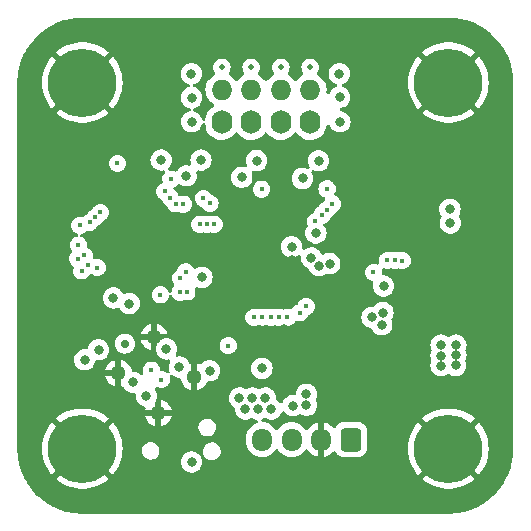
<source format=gbr>
%TF.GenerationSoftware,KiCad,Pcbnew,7.0.8*%
%TF.CreationDate,2023-10-26T11:06:19-04:00*%
%TF.ProjectId,lemon-pepper,6c656d6f-6e2d-4706-9570-7065722e6b69,rev?*%
%TF.SameCoordinates,PX8b85c60PY52f2218*%
%TF.FileFunction,Copper,L2,Inr*%
%TF.FilePolarity,Positive*%
%FSLAX46Y46*%
G04 Gerber Fmt 4.6, Leading zero omitted, Abs format (unit mm)*
G04 Created by KiCad (PCBNEW 7.0.8) date 2023-10-26 11:06:19*
%MOMM*%
%LPD*%
G01*
G04 APERTURE LIST*
G04 Aperture macros list*
%AMRoundRect*
0 Rectangle with rounded corners*
0 $1 Rounding radius*
0 $2 $3 $4 $5 $6 $7 $8 $9 X,Y pos of 4 corners*
0 Add a 4 corners polygon primitive as box body*
4,1,4,$2,$3,$4,$5,$6,$7,$8,$9,$2,$3,0*
0 Add four circle primitives for the rounded corners*
1,1,$1+$1,$2,$3*
1,1,$1+$1,$4,$5*
1,1,$1+$1,$6,$7*
1,1,$1+$1,$8,$9*
0 Add four rect primitives between the rounded corners*
20,1,$1+$1,$2,$3,$4,$5,0*
20,1,$1+$1,$4,$5,$6,$7,0*
20,1,$1+$1,$6,$7,$8,$9,0*
20,1,$1+$1,$8,$9,$2,$3,0*%
G04 Aperture macros list end*
%TA.AperFunction,ComponentPad*%
%ADD10C,5.800000*%
%TD*%
%TA.AperFunction,ComponentPad*%
%ADD11C,0.700000*%
%TD*%
%TA.AperFunction,ComponentPad*%
%ADD12C,1.300000*%
%TD*%
%TA.AperFunction,HeatsinkPad*%
%ADD13C,0.500000*%
%TD*%
%TA.AperFunction,ComponentPad*%
%ADD14O,1.750000X1.750000*%
%TD*%
%TA.AperFunction,ComponentPad*%
%ADD15O,1.750000X2.000000*%
%TD*%
%TA.AperFunction,ComponentPad*%
%ADD16RoundRect,0.250000X0.600000X0.725000X-0.600000X0.725000X-0.600000X-0.725000X0.600000X-0.725000X0*%
%TD*%
%TA.AperFunction,ComponentPad*%
%ADD17O,1.700000X1.950000*%
%TD*%
%TA.AperFunction,ViaPad*%
%ADD18C,0.800000*%
%TD*%
%TA.AperFunction,ViaPad*%
%ADD19C,0.450000*%
%TD*%
G04 APERTURE END LIST*
D10*
%TO.N,GND*%
%TO.C,H101*%
X-15500000Y-15500000D03*
X15500000Y-15500000D03*
X-15500000Y15500000D03*
X15500000Y15500000D03*
%TD*%
D11*
%TO.N,*%
%TO.C,J201*%
X-11891366Y-6598979D03*
D12*
%TO.N,GND*%
X-9416493Y-6033293D03*
X-12457052Y-9073852D03*
X-6022380Y-9427406D03*
X-9062939Y-12467965D03*
%TD*%
D13*
%TO.N,/current sense/U_OUT*%
%TO.C,M101*%
X-3700000Y16775000D03*
D14*
X-3700000Y14900000D03*
D15*
X-3700000Y12150000D03*
D13*
%TO.N,/current sense/W_OUT*%
X-1200000Y16775000D03*
D14*
X-1200000Y14900000D03*
D15*
X-1200000Y12150000D03*
D13*
%TO.N,/half bridges/OUT1B*%
X1300000Y16775000D03*
D14*
X1300000Y14900000D03*
D15*
X1300000Y12150000D03*
D13*
%TO.N,/current sense/V_OUT*%
X3800000Y16775000D03*
D14*
X3800000Y14900000D03*
D15*
X3800000Y12150000D03*
%TD*%
D16*
%TO.N,Vmot*%
%TO.C,J101*%
X7225000Y-14725000D03*
D17*
%TO.N,GND*%
X4725000Y-14725000D03*
%TO.N,/mcu/CANL*%
X2225000Y-14725000D03*
%TO.N,/mcu/CANH*%
X-275000Y-14725000D03*
%TD*%
D18*
%TO.N,GND*%
X7675000Y2750000D03*
X7500000Y-4350000D03*
X-4389562Y-226525D03*
X-2375000Y-14600000D03*
X-15600000Y6950000D03*
X15825000Y-3275000D03*
X-10375000Y675000D03*
X7675000Y1725000D03*
X13625000Y6600000D03*
X-13225000Y7400000D03*
X-9125000Y1975000D03*
X-10375000Y1950000D03*
X6075000Y7175000D03*
X-10375000Y3150000D03*
X13650000Y4175000D03*
X-1950000Y-1300000D03*
X-11650000Y1975000D03*
X8675000Y2725000D03*
X-13350000Y-5250000D03*
X13650000Y3025000D03*
X9300000Y-6225000D03*
X1550000Y-5375000D03*
X6625000Y2800000D03*
X6075000Y-1675000D03*
X-3200000Y3375000D03*
X-75000Y-6100000D03*
X-5395400Y-6375500D03*
X-2400000Y-16525000D03*
X7700000Y3775000D03*
X2223706Y475843D03*
X13650000Y5375000D03*
%TO.N,Vmot*%
X3900000Y650000D03*
X-6275000Y16250000D03*
X15625000Y4775000D03*
X4550000Y0D03*
X6305664Y12175000D03*
X6275000Y14250000D03*
X9950000Y-3975000D03*
X9025000Y-4375000D03*
X5450000Y175000D03*
X-6250000Y12175000D03*
X-6250000Y14225000D03*
X9850000Y-5000000D03*
X-14125000Y-7125000D03*
X6250000Y16250000D03*
X15650000Y3600000D03*
D19*
%TO.N,/mcu/USBD_P*%
X-8800000Y-9650000D03*
X-9650000Y-8850000D03*
D18*
%TO.N,+3V3*%
X-11533925Y-3208574D03*
X16125000Y-6725000D03*
X500000Y-12150000D03*
X16125000Y-7600000D03*
X4500000Y8875000D03*
X-6250000Y-16625000D03*
X-1700000Y-12150000D03*
X-5450000Y8943221D03*
X14875000Y-6725000D03*
X-625000Y-12150000D03*
X-8825000Y8950000D03*
X16100000Y-8450000D03*
X-5375500Y-1000000D03*
X-12874972Y-2731439D03*
X-750000Y8891300D03*
X2225000Y1600000D03*
X-2200000Y-11200000D03*
X-1125000Y-11200000D03*
X14875000Y-7625000D03*
X-300000Y-8700000D03*
X0Y-11200000D03*
X14875000Y-8475000D03*
D19*
%TO.N,/mcu/RESET*%
X-15712500Y3412500D03*
X-12525000Y8650000D03*
X-3150000Y-6775000D03*
%TO.N,/current sense/U_SENSE*%
X-8000000Y7325000D03*
X-14875000Y3650000D03*
%TO.N,/current sense/V_SENSE*%
X-4700000Y5275000D03*
X-8900000Y-2475000D03*
X-6950000Y5200000D03*
X5224500Y6500000D03*
%TO.N,/current sense/W_SENSE*%
X-7600000Y5225000D03*
X-5250000Y5700000D03*
X-15050000Y25000D03*
X-325000Y6475000D03*
D18*
%TO.N,/usb/USB_5V*%
X-10078416Y-11020447D03*
X-11225658Y-9867749D03*
X-7277420Y-8590784D03*
X-4725000Y-8900000D03*
X-15300000Y-7975000D03*
X-8375000Y-7050000D03*
%TO.N,Net-(D603-K)*%
X10000000Y-1725000D03*
X4275000Y2750000D03*
D19*
%TO.N,Net-(D601-K)*%
X5674866Y5213244D03*
X11600000Y425000D03*
%TO.N,/half bridges/ENA*%
X9150000Y-575000D03*
X4225000Y3750000D03*
X-6650000Y-2225000D03*
%TO.N,/encoder/SCK*%
X1150000Y-4375000D03*
X-15825000Y1725000D03*
%TO.N,/encoder/CIPO*%
X-15350000Y875000D03*
X-250000Y-4350000D03*
%TO.N,/encoder/COPI*%
X475000Y-4375000D03*
X-15900000Y600000D03*
%TO.N,/encoder/CS*%
X1850000Y-4375000D03*
X-14226234Y-173766D03*
%TO.N,/encoder/CAL_EN*%
X-15562500Y-437500D03*
X-975000Y-4375000D03*
%TO.N,/mcu/CAN_TX*%
X-4925000Y3500000D03*
X-8050000Y5750000D03*
%TO.N,/mcu/CAN_RX*%
X-8525000Y6275000D03*
X-4342158Y3500000D03*
%TO.N,/half bridges/IN2B*%
X4774750Y4275460D03*
X-14425000Y4075000D03*
%TO.N,/half bridges/IN1A*%
X11000000Y450000D03*
X-7200000Y-1075000D03*
%TO.N,/half bridges/IN2A*%
X-6750000Y-525000D03*
X10325000Y450000D03*
%TO.N,/half bridges/IN1B*%
X-13975000Y4500000D03*
X5225000Y4750000D03*
%TO.N,/mcu/DIR*%
X-7223910Y-2251087D03*
X3455000Y-3450000D03*
%TO.N,/mcu/STEP*%
X2900000Y-4000000D03*
X-5550000Y3500000D03*
D18*
%TO.N,GNDA*%
X-1999500Y7475000D03*
X3150000Y7387992D03*
X3475000Y-11825000D03*
X3475000Y-10900000D03*
X-6699500Y7600000D03*
X2325000Y-11850000D03*
%TD*%
%TA.AperFunction,Conductor*%
%TO.N,GND*%
G36*
X15717445Y20990507D02*
G01*
X15957903Y20980008D01*
X15963820Y20979510D01*
X16193208Y20950917D01*
X16421445Y20920870D01*
X16426956Y20919930D01*
X16655391Y20872032D01*
X16878249Y20822625D01*
X16883366Y20821298D01*
X17107969Y20754431D01*
X17325072Y20685979D01*
X17329686Y20684353D01*
X17548675Y20598903D01*
X17758613Y20511943D01*
X17762795Y20510057D01*
X17974350Y20406635D01*
X18175836Y20301748D01*
X18179536Y20299685D01*
X18382116Y20178973D01*
X18567962Y20060576D01*
X18573676Y20056935D01*
X18576938Y20054734D01*
X18769063Y19917560D01*
X18949335Y19779232D01*
X18952118Y19776987D01*
X18997598Y19738468D01*
X19132414Y19624283D01*
X19301239Y19469585D01*
X19469584Y19301240D01*
X19624282Y19132415D01*
X19776974Y18952134D01*
X19779230Y18949337D01*
X19917559Y18769063D01*
X19964250Y18703670D01*
X20054732Y18576940D01*
X20056933Y18573679D01*
X20178973Y18382116D01*
X20299674Y18179553D01*
X20301757Y18175817D01*
X20406638Y17974343D01*
X20510045Y17762819D01*
X20511944Y17758608D01*
X20598915Y17548643D01*
X20684338Y17329723D01*
X20685987Y17325043D01*
X20754426Y17107983D01*
X20821297Y16883366D01*
X20822628Y16878232D01*
X20872038Y16655360D01*
X20919925Y16426974D01*
X20920874Y16421408D01*
X20950917Y16193206D01*
X20979507Y15963834D01*
X20980009Y15957866D01*
X20990505Y15717455D01*
X20999500Y15500001D01*
X20999500Y-15500001D01*
X20990505Y-15717454D01*
X20980009Y-15957864D01*
X20979507Y-15963832D01*
X20950925Y-16193141D01*
X20920870Y-16421420D01*
X20919921Y-16426985D01*
X20872048Y-16655312D01*
X20822628Y-16878229D01*
X20821297Y-16883363D01*
X20754426Y-17107982D01*
X20685987Y-17325042D01*
X20684338Y-17329721D01*
X20598915Y-17548642D01*
X20511945Y-17758606D01*
X20510046Y-17762817D01*
X20406642Y-17974332D01*
X20301743Y-18175839D01*
X20299660Y-18179575D01*
X20178982Y-18382098D01*
X20056930Y-18573680D01*
X20054729Y-18576941D01*
X19917565Y-18769055D01*
X19779230Y-18949335D01*
X19776974Y-18952132D01*
X19624283Y-19132414D01*
X19469584Y-19301239D01*
X19301239Y-19469584D01*
X19132414Y-19624283D01*
X18952132Y-19776974D01*
X18949335Y-19779230D01*
X18769055Y-19917565D01*
X18576941Y-20054729D01*
X18573680Y-20056930D01*
X18382098Y-20178982D01*
X18179575Y-20299660D01*
X18175839Y-20301743D01*
X17974332Y-20406642D01*
X17762817Y-20510046D01*
X17758606Y-20511945D01*
X17548642Y-20598915D01*
X17329721Y-20684338D01*
X17325042Y-20685987D01*
X17107982Y-20754426D01*
X16883363Y-20821297D01*
X16878229Y-20822628D01*
X16655312Y-20872048D01*
X16426985Y-20919921D01*
X16421420Y-20920870D01*
X16193141Y-20950925D01*
X15963832Y-20979507D01*
X15957864Y-20980009D01*
X15717454Y-20990505D01*
X15510286Y-20999074D01*
X15500000Y-20999500D01*
X-15500000Y-20999500D01*
X-15510798Y-20999053D01*
X-15717455Y-20990505D01*
X-15957866Y-20980009D01*
X-15963834Y-20979507D01*
X-16193142Y-20950925D01*
X-16421422Y-20920870D01*
X-16426987Y-20919921D01*
X-16655313Y-20872048D01*
X-16878231Y-20822628D01*
X-16883365Y-20821297D01*
X-17107983Y-20754426D01*
X-17325043Y-20685987D01*
X-17329723Y-20684338D01*
X-17548643Y-20598915D01*
X-17758608Y-20511945D01*
X-17762798Y-20510055D01*
X-17894184Y-20445825D01*
X-17974333Y-20406642D01*
X-18175841Y-20301743D01*
X-18179577Y-20299660D01*
X-18382099Y-20178982D01*
X-18573682Y-20056930D01*
X-18576944Y-20054729D01*
X-18711209Y-19958867D01*
X-18769056Y-19917564D01*
X-18949337Y-19779230D01*
X-18952134Y-19776974D01*
X-19132415Y-19624282D01*
X-19301240Y-19469584D01*
X-19469585Y-19301239D01*
X-19624283Y-19132414D01*
X-19738468Y-18997598D01*
X-19776987Y-18952118D01*
X-19779232Y-18949335D01*
X-19908492Y-18780880D01*
X-19917560Y-18769063D01*
X-20054732Y-18576941D01*
X-20056932Y-18573680D01*
X-20178983Y-18382098D01*
X-20217159Y-18318031D01*
X-20299675Y-18179552D01*
X-20301745Y-18175839D01*
X-20406643Y-17974332D01*
X-20434248Y-17917866D01*
X-20510076Y-17762757D01*
X-20511932Y-17758640D01*
X-20598903Y-17548675D01*
X-20684353Y-17329686D01*
X-20685979Y-17325072D01*
X-20754436Y-17107951D01*
X-20765486Y-17070834D01*
X-20821304Y-16883347D01*
X-20822626Y-16878245D01*
X-20872049Y-16655312D01*
X-20913320Y-16458477D01*
X-20919923Y-16426986D01*
X-20920872Y-16421420D01*
X-20950914Y-16193234D01*
X-20979510Y-15963820D01*
X-20980008Y-15957903D01*
X-20990509Y-15717381D01*
X-20999500Y-15500000D01*
X-18904994Y-15500000D01*
X-18885035Y-15868136D01*
X-18885035Y-15868142D01*
X-18825387Y-16231974D01*
X-18825387Y-16231976D01*
X-18726753Y-16587221D01*
X-18726751Y-16587226D01*
X-18590291Y-16929715D01*
X-18590285Y-16929728D01*
X-18417596Y-17255456D01*
X-18417593Y-17255461D01*
X-18210697Y-17560608D01*
X-18210688Y-17560620D01*
X-18074504Y-17720948D01*
X-18074503Y-17720948D01*
X-16758650Y-16405094D01*
X-16704544Y-16483480D01*
X-16531184Y-16663966D01*
X-16405135Y-16758686D01*
X-17723480Y-18077031D01*
X-17704343Y-18095159D01*
X-17704342Y-18095160D01*
X-17410835Y-18318278D01*
X-17094934Y-18508350D01*
X-16760316Y-18663160D01*
X-16760306Y-18663165D01*
X-16410937Y-18780880D01*
X-16050869Y-18860137D01*
X-15684344Y-18899999D01*
X-15684334Y-18900000D01*
X-15315666Y-18900000D01*
X-15315657Y-18899999D01*
X-14949132Y-18860137D01*
X-14949131Y-18860137D01*
X-14589064Y-18780880D01*
X-14239695Y-18663165D01*
X-14239685Y-18663160D01*
X-13905067Y-18508350D01*
X-13589166Y-18318278D01*
X-13295648Y-18095151D01*
X-13276521Y-18077032D01*
X-14593121Y-16760432D01*
X-14565820Y-16743168D01*
X-14378499Y-16577216D01*
X-14239489Y-16406958D01*
X-12925499Y-17720948D01*
X-12789310Y-17560617D01*
X-12789306Y-17560611D01*
X-12582408Y-17255461D01*
X-12582405Y-17255456D01*
X-12409716Y-16929728D01*
X-12409710Y-16929715D01*
X-12288301Y-16625000D01*
X-7155460Y-16625000D01*
X-7135675Y-16813254D01*
X-7135674Y-16813256D01*
X-7077179Y-16993284D01*
X-7022534Y-17087933D01*
X-6982531Y-17157220D01*
X-6894073Y-17255461D01*
X-6855871Y-17297888D01*
X-6702730Y-17409151D01*
X-6529803Y-17486144D01*
X-6388685Y-17516139D01*
X-6344648Y-17525500D01*
X-6344646Y-17525500D01*
X-6155352Y-17525500D01*
X-6115996Y-17517134D01*
X-5970197Y-17486144D01*
X-5797270Y-17409151D01*
X-5644129Y-17297888D01*
X-5571805Y-17217563D01*
X-5517470Y-17157220D01*
X-5517469Y-17157218D01*
X-5517467Y-17157216D01*
X-5422821Y-16993284D01*
X-5364326Y-16813256D01*
X-5344540Y-16625000D01*
X-5364326Y-16436744D01*
X-5421670Y-16260261D01*
X-5424793Y-16200676D01*
X-5445960Y-16192267D01*
X-5486021Y-16147251D01*
X-5494218Y-16133054D01*
X-5517467Y-16092784D01*
X-5517468Y-16092783D01*
X-5517470Y-16092779D01*
X-5644128Y-15952113D01*
X-5677273Y-15928032D01*
X-5797270Y-15840849D01*
X-5797271Y-15840848D01*
X-5797273Y-15840847D01*
X-5970195Y-15763857D01*
X-5970197Y-15763856D01*
X-6005567Y-15756338D01*
X-5287412Y-15756338D01*
X-5257137Y-15928034D01*
X-5220169Y-16013735D01*
X-5209181Y-16088754D01*
X-5180262Y-16103489D01*
X-5160446Y-16125241D01*
X-5083974Y-16227961D01*
X-4950422Y-16340025D01*
X-4950421Y-16340025D01*
X-4950419Y-16340027D01*
X-4794620Y-16418272D01*
X-4624976Y-16458478D01*
X-4624974Y-16458478D01*
X-4494366Y-16458478D01*
X-4494362Y-16458477D01*
X-4364641Y-16443315D01*
X-4200812Y-16383686D01*
X-4055151Y-16287883D01*
X-3935509Y-16161071D01*
X-3848338Y-16010085D01*
X-3798336Y-15843066D01*
X-3788198Y-15669018D01*
X-3818473Y-15497324D01*
X-3865955Y-15387246D01*
X-3887527Y-15337237D01*
X-3991637Y-15197394D01*
X-4125189Y-15085330D01*
X-4280987Y-15007085D01*
X-4280989Y-15007084D01*
X-4280990Y-15007084D01*
X-4450634Y-14966878D01*
X-4581241Y-14966878D01*
X-4581250Y-14966878D01*
X-4710965Y-14982040D01*
X-4710969Y-14982040D01*
X-4874794Y-15041668D01*
X-4874796Y-15041669D01*
X-4874798Y-15041670D01*
X-4974745Y-15107406D01*
X-5020464Y-15137476D01*
X-5140096Y-15264278D01*
X-5140104Y-15264289D01*
X-5227272Y-15415269D01*
X-5227273Y-15415271D01*
X-5277274Y-15582291D01*
X-5287412Y-15756332D01*
X-5287412Y-15756338D01*
X-6005567Y-15756338D01*
X-6076640Y-15741231D01*
X-6155352Y-15724500D01*
X-6155354Y-15724500D01*
X-6344646Y-15724500D01*
X-6344648Y-15724500D01*
X-6444608Y-15745747D01*
X-6529803Y-15763856D01*
X-6529805Y-15763856D01*
X-6529806Y-15763857D01*
X-6702728Y-15840847D01*
X-6855873Y-15952113D01*
X-6982531Y-16092779D01*
X-7077178Y-16256714D01*
X-7077181Y-16256721D01*
X-7135675Y-16436745D01*
X-7155460Y-16625000D01*
X-12288301Y-16625000D01*
X-12273250Y-16587226D01*
X-12273248Y-16587221D01*
X-12174614Y-16231976D01*
X-12174614Y-16231974D01*
X-12114966Y-15868142D01*
X-12114966Y-15868136D01*
X-12107385Y-15728315D01*
X-10467940Y-15728315D01*
X-10437665Y-15900011D01*
X-10368612Y-16060095D01*
X-10264502Y-16199938D01*
X-10130950Y-16312002D01*
X-10130949Y-16312002D01*
X-10130947Y-16312004D01*
X-9975148Y-16390249D01*
X-9805504Y-16430455D01*
X-9805502Y-16430455D01*
X-9674894Y-16430455D01*
X-9674890Y-16430454D01*
X-9545169Y-16415292D01*
X-9381340Y-16355663D01*
X-9235679Y-16259860D01*
X-9209371Y-16231976D01*
X-9165110Y-16185062D01*
X-9116037Y-16133048D01*
X-9028866Y-15982062D01*
X-8978864Y-15815043D01*
X-8968726Y-15640995D01*
X-8999001Y-15469301D01*
X-9068054Y-15309217D01*
X-9068055Y-15309214D01*
X-9172165Y-15169371D01*
X-9305717Y-15057307D01*
X-9461515Y-14979062D01*
X-9461517Y-14979061D01*
X-9461518Y-14979061D01*
X-9631162Y-14938855D01*
X-9761769Y-14938855D01*
X-9761778Y-14938855D01*
X-9891493Y-14954017D01*
X-9891497Y-14954017D01*
X-10055322Y-15013645D01*
X-10055324Y-15013646D01*
X-10055326Y-15013647D01*
X-10136992Y-15067360D01*
X-10200992Y-15109453D01*
X-10320624Y-15236255D01*
X-10320632Y-15236266D01*
X-10407800Y-15387246D01*
X-10407801Y-15387248D01*
X-10441406Y-15499500D01*
X-10454619Y-15543637D01*
X-10457802Y-15554268D01*
X-10467940Y-15728309D01*
X-10467940Y-15728315D01*
X-12107385Y-15728315D01*
X-12095006Y-15500000D01*
X-12095006Y-15499991D01*
X-12114966Y-15131863D01*
X-12114966Y-15131857D01*
X-12174614Y-14768025D01*
X-12174614Y-14768023D01*
X-12273248Y-14412778D01*
X-12273250Y-14412773D01*
X-12409710Y-14070284D01*
X-12409716Y-14070271D01*
X-12573324Y-13761672D01*
X-5675136Y-13761672D01*
X-5644861Y-13933368D01*
X-5575808Y-14093452D01*
X-5471698Y-14233295D01*
X-5338146Y-14345359D01*
X-5338145Y-14345359D01*
X-5338143Y-14345361D01*
X-5182344Y-14423606D01*
X-5012700Y-14463812D01*
X-5012698Y-14463812D01*
X-4882090Y-14463812D01*
X-4882086Y-14463811D01*
X-4752365Y-14448649D01*
X-4588536Y-14389020D01*
X-4442875Y-14293217D01*
X-4402101Y-14250000D01*
X-4386341Y-14233295D01*
X-4323233Y-14166405D01*
X-4236062Y-14015419D01*
X-4186060Y-13848400D01*
X-4175922Y-13674352D01*
X-4206197Y-13502658D01*
X-4206560Y-13501815D01*
X-4275251Y-13342571D01*
X-4379361Y-13202728D01*
X-4512913Y-13090664D01*
X-4668711Y-13012419D01*
X-4668713Y-13012418D01*
X-4668714Y-13012418D01*
X-4838358Y-12972212D01*
X-4968965Y-12972212D01*
X-4968974Y-12972212D01*
X-5098689Y-12987374D01*
X-5098693Y-12987374D01*
X-5262518Y-13047002D01*
X-5262520Y-13047003D01*
X-5262522Y-13047004D01*
X-5362469Y-13112740D01*
X-5408188Y-13142810D01*
X-5527820Y-13269612D01*
X-5527828Y-13269623D01*
X-5614996Y-13420603D01*
X-5614997Y-13420605D01*
X-5639308Y-13501813D01*
X-5662356Y-13578801D01*
X-5664998Y-13587625D01*
X-5675136Y-13761666D01*
X-5675136Y-13761672D01*
X-12573324Y-13761672D01*
X-12582405Y-13744543D01*
X-12582408Y-13744538D01*
X-12789304Y-13439391D01*
X-12789313Y-13439379D01*
X-12925498Y-13279050D01*
X-12925499Y-13279050D01*
X-14241352Y-14594903D01*
X-14295456Y-14516520D01*
X-14468816Y-14336034D01*
X-14594868Y-14241312D01*
X-13276521Y-12922966D01*
X-13295653Y-12904844D01*
X-13589166Y-12681721D01*
X-13905067Y-12491649D01*
X-14239685Y-12336839D01*
X-14239695Y-12336834D01*
X-14589064Y-12219119D01*
X-14949132Y-12139862D01*
X-15315657Y-12100000D01*
X-15684344Y-12100000D01*
X-16050869Y-12139862D01*
X-16050870Y-12139862D01*
X-16410937Y-12219119D01*
X-16760306Y-12336834D01*
X-16760316Y-12336839D01*
X-17094934Y-12491649D01*
X-17410835Y-12681721D01*
X-17704337Y-12904835D01*
X-17723480Y-12922967D01*
X-16406880Y-14239567D01*
X-16434180Y-14256832D01*
X-16621501Y-14422784D01*
X-16760512Y-14593041D01*
X-18074503Y-13279050D01*
X-18074504Y-13279050D01*
X-18210692Y-13439383D01*
X-18210694Y-13439386D01*
X-18417598Y-13744547D01*
X-18590285Y-14070271D01*
X-18590291Y-14070284D01*
X-18726751Y-14412773D01*
X-18726753Y-14412778D01*
X-18825387Y-14768023D01*
X-18825387Y-14768025D01*
X-18885035Y-15131857D01*
X-18885035Y-15131863D01*
X-18904994Y-15499991D01*
X-18904994Y-15500000D01*
X-20999500Y-15500000D01*
X-20999500Y-7975000D01*
X-16205460Y-7975000D01*
X-16185675Y-8163254D01*
X-16130938Y-8331714D01*
X-16127179Y-8343284D01*
X-16092974Y-8402529D01*
X-16032531Y-8507220D01*
X-15905873Y-8647886D01*
X-15905871Y-8647888D01*
X-15752730Y-8759151D01*
X-15579803Y-8836144D01*
X-15438685Y-8866139D01*
X-15394648Y-8875500D01*
X-15394646Y-8875500D01*
X-15205352Y-8875500D01*
X-15165996Y-8867134D01*
X-15020197Y-8836144D01*
X-14992589Y-8823852D01*
X-13581565Y-8823852D01*
X-12832344Y-8823852D01*
X-12880688Y-8907587D01*
X-12910874Y-9039843D01*
X-12900737Y-9175120D01*
X-12851176Y-9301399D01*
X-12833270Y-9323852D01*
X-13581564Y-9323852D01*
X-13533991Y-9491055D01*
X-13438988Y-9681848D01*
X-13310554Y-9851920D01*
X-13153053Y-9995502D01*
X-12971846Y-10107700D01*
X-12971843Y-10107702D01*
X-12773119Y-10184688D01*
X-12773101Y-10184693D01*
X-12707053Y-10197038D01*
X-12707052Y-10197038D01*
X-12707052Y-9448055D01*
X-12654510Y-9483878D01*
X-12524880Y-9523864D01*
X-12423329Y-9523864D01*
X-12322910Y-9508728D01*
X-12207052Y-9452933D01*
X-12207052Y-10197038D01*
X-12191858Y-10194198D01*
X-12114959Y-10200131D01*
X-12051329Y-10243720D01*
X-12035443Y-10266161D01*
X-12011410Y-10307787D01*
X-11976774Y-10367779D01*
X-11958189Y-10399968D01*
X-11833681Y-10538247D01*
X-11831529Y-10540637D01*
X-11678388Y-10651900D01*
X-11678387Y-10651900D01*
X-11678386Y-10651901D01*
X-11677786Y-10652168D01*
X-11505461Y-10728893D01*
X-11364343Y-10758888D01*
X-11320306Y-10768249D01*
X-11123203Y-10768249D01*
X-11123203Y-10771475D01*
X-11062464Y-10780995D01*
X-11002445Y-10829436D01*
X-10974689Y-10901396D01*
X-10974663Y-10932785D01*
X-10983876Y-11020446D01*
X-10964091Y-11208701D01*
X-10914118Y-11362500D01*
X-10905595Y-11388731D01*
X-10854568Y-11477112D01*
X-10810947Y-11552667D01*
X-10684289Y-11693333D01*
X-10684287Y-11693335D01*
X-10531146Y-11804598D01*
X-10358219Y-11881591D01*
X-10262911Y-11901849D01*
X-10194189Y-11936865D01*
X-10152183Y-12001550D01*
X-10148146Y-12078572D01*
X-10150578Y-12088369D01*
X-10187452Y-12217965D01*
X-9438231Y-12217965D01*
X-9486575Y-12301700D01*
X-9516761Y-12433956D01*
X-9506624Y-12569233D01*
X-9457063Y-12695512D01*
X-9439157Y-12717965D01*
X-10187451Y-12717965D01*
X-10139878Y-12885168D01*
X-10044875Y-13075961D01*
X-9916441Y-13246033D01*
X-9758940Y-13389615D01*
X-9577733Y-13501813D01*
X-9577730Y-13501815D01*
X-9379006Y-13578801D01*
X-9378988Y-13578806D01*
X-9312940Y-13591151D01*
X-9312939Y-13591151D01*
X-9312939Y-12842168D01*
X-9260397Y-12877991D01*
X-9130767Y-12917977D01*
X-9029216Y-12917977D01*
X-8928797Y-12902841D01*
X-8812939Y-12847046D01*
X-8812939Y-13591151D01*
X-8746891Y-13578806D01*
X-8746873Y-13578801D01*
X-8548149Y-13501815D01*
X-8548146Y-13501813D01*
X-8366939Y-13389615D01*
X-8209438Y-13246033D01*
X-8081004Y-13075961D01*
X-7986001Y-12885168D01*
X-7938427Y-12717965D01*
X-8687647Y-12717965D01*
X-8639303Y-12634230D01*
X-8609117Y-12501974D01*
X-8619254Y-12366697D01*
X-8668815Y-12240418D01*
X-8686721Y-12217965D01*
X-7938427Y-12217965D01*
X-7986001Y-12050761D01*
X-8081004Y-11859968D01*
X-8209438Y-11689896D01*
X-8366939Y-11546314D01*
X-8548146Y-11434116D01*
X-8548149Y-11434114D01*
X-8746874Y-11357128D01*
X-8812939Y-11344777D01*
X-8812939Y-12093761D01*
X-8865481Y-12057939D01*
X-8995111Y-12017953D01*
X-9096662Y-12017953D01*
X-9197081Y-12033089D01*
X-9312939Y-12088883D01*
X-9312939Y-11535526D01*
X-9292978Y-11461027D01*
X-9251237Y-11388731D01*
X-9192742Y-11208703D01*
X-9191827Y-11200000D01*
X-3105460Y-11200000D01*
X-3085675Y-11388254D01*
X-3055307Y-11481716D01*
X-3027179Y-11568284D01*
X-3027178Y-11568285D01*
X-2932531Y-11732220D01*
X-2805873Y-11872886D01*
X-2805871Y-11872888D01*
X-2662214Y-11977260D01*
X-2613677Y-12037199D01*
X-2601611Y-12113376D01*
X-2605460Y-12149999D01*
X-2585675Y-12338254D01*
X-2527181Y-12518278D01*
X-2527179Y-12518284D01*
X-2491044Y-12580871D01*
X-2432531Y-12682220D01*
X-2305873Y-12822886D01*
X-2305871Y-12822888D01*
X-2152730Y-12934151D01*
X-1979803Y-13011144D01*
X-1838685Y-13041139D01*
X-1794648Y-13050500D01*
X-1794646Y-13050500D01*
X-1605352Y-13050500D01*
X-1563106Y-13041520D01*
X-1420197Y-13011144D01*
X-1247270Y-12934151D01*
X-1247270Y-12934150D01*
X-1247268Y-12934150D01*
X-1240509Y-12930248D01*
X-1239436Y-12932106D01*
X-1178075Y-12908552D01*
X-1101897Y-12920618D01*
X-1084673Y-12930562D01*
X-1084491Y-12930248D01*
X-1077733Y-12934150D01*
X-1019681Y-12959996D01*
X-904803Y-13011144D01*
X-761891Y-13041520D01*
X-693171Y-13076535D01*
X-651164Y-13141220D01*
X-647127Y-13218243D01*
X-682142Y-13286964D01*
X-733557Y-13321653D01*
X-732766Y-13323348D01*
X-738659Y-13326095D01*
X-738663Y-13326097D01*
X-952829Y-13425965D01*
X-952832Y-13425966D01*
X-952832Y-13425967D01*
X-1146404Y-13561507D01*
X-1313493Y-13728596D01*
X-1437965Y-13906362D01*
X-1449035Y-13922171D01*
X-1528904Y-14093450D01*
X-1548904Y-14136340D01*
X-1610063Y-14364590D01*
X-1610063Y-14364592D01*
X-1625500Y-14541034D01*
X-1625500Y-14908966D01*
X-1616342Y-15013645D01*
X-1610063Y-15085409D01*
X-1587565Y-15169372D01*
X-1548903Y-15313663D01*
X-1449035Y-15527829D01*
X-1313495Y-15721401D01*
X-1146401Y-15888495D01*
X-952830Y-16024035D01*
X-738663Y-16123903D01*
X-510408Y-16185063D01*
X-275000Y-16205659D01*
X-39592Y-16185063D01*
X188663Y-16123903D01*
X402829Y-16024035D01*
X596401Y-15888495D01*
X763495Y-15721401D01*
X852948Y-15593648D01*
X912029Y-15544073D01*
X987986Y-15530680D01*
X1060463Y-15557059D01*
X1097051Y-15593647D01*
X1186505Y-15721401D01*
X1353599Y-15888495D01*
X1547170Y-16024035D01*
X1761337Y-16123903D01*
X1989592Y-16185063D01*
X2225000Y-16205659D01*
X2460408Y-16185063D01*
X2688663Y-16123903D01*
X2902829Y-16024035D01*
X3096401Y-15888495D01*
X3263495Y-15721401D01*
X3353252Y-15593214D01*
X3412334Y-15543637D01*
X3488291Y-15530244D01*
X3560767Y-15556623D01*
X3597359Y-15593214D01*
X3686891Y-15721079D01*
X3853923Y-15888111D01*
X4047411Y-16023593D01*
X4047420Y-16023599D01*
X4261508Y-16123430D01*
X4261513Y-16123432D01*
X4475000Y-16180634D01*
X4475000Y-15133018D01*
X4589801Y-15185446D01*
X4691025Y-15200000D01*
X4758975Y-15200000D01*
X4860199Y-15185446D01*
X4975000Y-15133018D01*
X4975000Y-16180633D01*
X5188486Y-16123432D01*
X5402580Y-16023597D01*
X5596079Y-15888108D01*
X5720974Y-15763213D01*
X5787768Y-15724649D01*
X5864896Y-15724649D01*
X5931692Y-15763213D01*
X5953146Y-15790347D01*
X6032288Y-15918656D01*
X6156344Y-16042712D01*
X6305666Y-16134814D01*
X6472203Y-16189999D01*
X6574991Y-16200500D01*
X7875008Y-16200499D01*
X7977797Y-16189999D01*
X8144334Y-16134814D01*
X8293656Y-16042712D01*
X8417712Y-15918656D01*
X8509814Y-15769334D01*
X8564999Y-15602797D01*
X8575500Y-15500009D01*
X8575500Y-15500000D01*
X12095006Y-15500000D01*
X12114965Y-15868136D01*
X12114965Y-15868142D01*
X12174613Y-16231974D01*
X12174613Y-16231976D01*
X12273247Y-16587221D01*
X12273249Y-16587226D01*
X12409709Y-16929715D01*
X12409715Y-16929728D01*
X12582404Y-17255456D01*
X12582407Y-17255461D01*
X12789303Y-17560608D01*
X12789312Y-17560620D01*
X12925496Y-17720948D01*
X12925497Y-17720948D01*
X14241350Y-16405094D01*
X14295456Y-16483480D01*
X14468816Y-16663966D01*
X14594865Y-16758686D01*
X13276520Y-18077031D01*
X13295657Y-18095159D01*
X13295658Y-18095160D01*
X13589165Y-18318278D01*
X13905066Y-18508350D01*
X14239684Y-18663160D01*
X14239694Y-18663165D01*
X14589063Y-18780880D01*
X14949131Y-18860137D01*
X15315656Y-18899999D01*
X15315666Y-18900000D01*
X15684334Y-18900000D01*
X15684343Y-18899999D01*
X16050868Y-18860137D01*
X16050869Y-18860137D01*
X16410936Y-18780880D01*
X16760305Y-18663165D01*
X16760315Y-18663160D01*
X17094933Y-18508350D01*
X17410834Y-18318278D01*
X17704352Y-18095151D01*
X17723479Y-18077032D01*
X16406879Y-16760432D01*
X16434180Y-16743168D01*
X16621501Y-16577216D01*
X16760511Y-16406958D01*
X18074501Y-17720948D01*
X18210690Y-17560617D01*
X18210694Y-17560611D01*
X18417592Y-17255461D01*
X18417595Y-17255456D01*
X18590284Y-16929728D01*
X18590290Y-16929715D01*
X18726750Y-16587226D01*
X18726752Y-16587221D01*
X18825386Y-16231976D01*
X18825386Y-16231974D01*
X18885034Y-15868142D01*
X18885034Y-15868136D01*
X18904994Y-15500000D01*
X18904994Y-15499991D01*
X18885034Y-15131863D01*
X18885034Y-15131857D01*
X18825386Y-14768025D01*
X18825386Y-14768023D01*
X18726752Y-14412778D01*
X18726750Y-14412773D01*
X18590290Y-14070284D01*
X18590284Y-14070271D01*
X18417595Y-13744543D01*
X18417592Y-13744538D01*
X18210696Y-13439391D01*
X18210687Y-13439379D01*
X18074502Y-13279050D01*
X18074501Y-13279050D01*
X16758648Y-14594903D01*
X16704544Y-14516520D01*
X16531184Y-14336034D01*
X16405132Y-14241312D01*
X17723479Y-12922966D01*
X17704347Y-12904844D01*
X17410834Y-12681721D01*
X17094933Y-12491649D01*
X16760315Y-12336839D01*
X16760305Y-12336834D01*
X16410936Y-12219119D01*
X16050868Y-12139862D01*
X15684343Y-12100000D01*
X15315656Y-12100000D01*
X14949131Y-12139862D01*
X14949130Y-12139862D01*
X14589063Y-12219119D01*
X14239694Y-12336834D01*
X14239684Y-12336839D01*
X13905066Y-12491649D01*
X13589165Y-12681721D01*
X13295663Y-12904835D01*
X13276520Y-12922967D01*
X14593120Y-14239567D01*
X14565820Y-14256832D01*
X14378499Y-14422784D01*
X14239488Y-14593041D01*
X12925497Y-13279050D01*
X12925496Y-13279050D01*
X12789308Y-13439383D01*
X12789306Y-13439386D01*
X12582402Y-13744547D01*
X12409715Y-14070271D01*
X12409709Y-14070284D01*
X12273249Y-14412773D01*
X12273247Y-14412778D01*
X12174613Y-14768023D01*
X12174613Y-14768025D01*
X12114965Y-15131857D01*
X12114965Y-15131863D01*
X12095006Y-15499991D01*
X12095006Y-15500000D01*
X8575500Y-15500000D01*
X8575499Y-13949992D01*
X8564999Y-13847203D01*
X8509814Y-13680666D01*
X8417712Y-13531344D01*
X8293656Y-13407288D01*
X8144334Y-13315186D01*
X8035283Y-13279050D01*
X7977798Y-13260001D01*
X7960665Y-13258250D01*
X7875009Y-13249500D01*
X7875004Y-13249500D01*
X6574996Y-13249500D01*
X6472202Y-13260001D01*
X6305666Y-13315186D01*
X6156343Y-13407288D01*
X6032288Y-13531343D01*
X5953150Y-13659648D01*
X5897049Y-13712577D01*
X5822000Y-13730364D01*
X5748112Y-13708244D01*
X5720974Y-13686786D01*
X5596076Y-13561888D01*
X5402588Y-13426406D01*
X5402579Y-13426400D01*
X5188491Y-13326569D01*
X5188489Y-13326568D01*
X4975000Y-13269364D01*
X4975000Y-14316981D01*
X4860199Y-14264554D01*
X4758975Y-14250000D01*
X4691025Y-14250000D01*
X4589801Y-14264554D01*
X4475000Y-14316981D01*
X4475000Y-13269364D01*
X4474999Y-13269364D01*
X4261512Y-13326568D01*
X4047419Y-13426402D01*
X3853920Y-13561891D01*
X3686888Y-13728923D01*
X3597358Y-13856785D01*
X3538274Y-13906362D01*
X3462318Y-13919755D01*
X3389842Y-13893375D01*
X3353251Y-13856785D01*
X3347380Y-13848400D01*
X3263495Y-13728599D01*
X3096401Y-13561505D01*
X2902830Y-13425965D01*
X2688663Y-13326097D01*
X2688661Y-13326096D01*
X2460409Y-13264937D01*
X2225000Y-13244341D01*
X1989590Y-13264937D01*
X1761340Y-13326096D01*
X1761339Y-13326096D01*
X1761337Y-13326097D01*
X1547171Y-13425965D01*
X1547168Y-13425966D01*
X1547168Y-13425967D01*
X1353596Y-13561507D01*
X1186506Y-13728597D01*
X1097054Y-13856349D01*
X1037970Y-13905926D01*
X962014Y-13919319D01*
X889537Y-13892940D01*
X852946Y-13856349D01*
X846541Y-13847202D01*
X763495Y-13728599D01*
X596401Y-13561505D01*
X402830Y-13425965D01*
X188663Y-13326097D01*
X188661Y-13326096D01*
X-39591Y-13264937D01*
X-197473Y-13251123D01*
X-269950Y-13224743D01*
X-319526Y-13165659D01*
X-332919Y-13089703D01*
X-306539Y-13017226D01*
X-247455Y-12967650D01*
X-245229Y-12966634D01*
X-172270Y-12934151D01*
X-150080Y-12918028D01*
X-78076Y-12890388D01*
X-1898Y-12902453D01*
X25076Y-12918026D01*
X47270Y-12934151D01*
X220197Y-13011144D01*
X361315Y-13041139D01*
X405352Y-13050500D01*
X405354Y-13050500D01*
X594648Y-13050500D01*
X636894Y-13041520D01*
X779803Y-13011144D01*
X952730Y-12934151D01*
X1105871Y-12822888D01*
X1193560Y-12725500D01*
X1232530Y-12682220D01*
X1232531Y-12682218D01*
X1232533Y-12682216D01*
X1327179Y-12518284D01*
X1350264Y-12447233D01*
X1392269Y-12382553D01*
X1460990Y-12347537D01*
X1538013Y-12351573D01*
X1602698Y-12393580D01*
X1714984Y-12518285D01*
X1719129Y-12522888D01*
X1872270Y-12634151D01*
X2045197Y-12711144D01*
X2186315Y-12741139D01*
X2230352Y-12750500D01*
X2230354Y-12750500D01*
X2419648Y-12750500D01*
X2459004Y-12742134D01*
X2604803Y-12711144D01*
X2777730Y-12634151D01*
X2829625Y-12596446D01*
X2901627Y-12568806D01*
X2977806Y-12580871D01*
X3004781Y-12596444D01*
X3022270Y-12609151D01*
X3195197Y-12686144D01*
X3336315Y-12716139D01*
X3380352Y-12725500D01*
X3380354Y-12725500D01*
X3569648Y-12725500D01*
X3609004Y-12717134D01*
X3754803Y-12686144D01*
X3927730Y-12609151D01*
X4080871Y-12497888D01*
X4174791Y-12393580D01*
X4207530Y-12357220D01*
X4207531Y-12357218D01*
X4207533Y-12357216D01*
X4302179Y-12193284D01*
X4360674Y-12013256D01*
X4380460Y-11825000D01*
X4360674Y-11636744D01*
X4302179Y-11456716D01*
X4290796Y-11437001D01*
X4270833Y-11362504D01*
X4290792Y-11288006D01*
X4302179Y-11268284D01*
X4360674Y-11088256D01*
X4380460Y-10900000D01*
X4360674Y-10711744D01*
X4302179Y-10531716D01*
X4207533Y-10367784D01*
X4207532Y-10367783D01*
X4207530Y-10367779D01*
X4080872Y-10227113D01*
X4051088Y-10205474D01*
X3927730Y-10115849D01*
X3927729Y-10115848D01*
X3927727Y-10115847D01*
X3754805Y-10038857D01*
X3754803Y-10038856D01*
X3648360Y-10016231D01*
X3569648Y-9999500D01*
X3569646Y-9999500D01*
X3380354Y-9999500D01*
X3380352Y-9999500D01*
X3280392Y-10020747D01*
X3195197Y-10038856D01*
X3195195Y-10038856D01*
X3195194Y-10038857D01*
X3022272Y-10115847D01*
X2869127Y-10227113D01*
X2742469Y-10367779D01*
X2647822Y-10531714D01*
X2647819Y-10531721D01*
X2589325Y-10711745D01*
X2578330Y-10816358D01*
X2550689Y-10888363D01*
X2490749Y-10936901D01*
X2427455Y-10946935D01*
X2427455Y-10949500D01*
X2230352Y-10949500D01*
X2130392Y-10970747D01*
X2045197Y-10988856D01*
X2045195Y-10988856D01*
X2045194Y-10988857D01*
X1872272Y-11065847D01*
X1719127Y-11177113D01*
X1592469Y-11317779D01*
X1497822Y-11481714D01*
X1497820Y-11481719D01*
X1474736Y-11552763D01*
X1432728Y-11617448D01*
X1364006Y-11652462D01*
X1286984Y-11648425D01*
X1222301Y-11606419D01*
X1105872Y-11477113D01*
X1050665Y-11437003D01*
X962213Y-11372738D01*
X913676Y-11312800D01*
X901610Y-11236625D01*
X905460Y-11200000D01*
X885674Y-11011744D01*
X827179Y-10831716D01*
X732533Y-10667784D01*
X732532Y-10667783D01*
X732530Y-10667779D01*
X605872Y-10527113D01*
X562499Y-10495601D01*
X452730Y-10415849D01*
X452729Y-10415848D01*
X452727Y-10415847D01*
X279805Y-10338857D01*
X279803Y-10338856D01*
X173360Y-10316231D01*
X94648Y-10299500D01*
X94646Y-10299500D01*
X-94646Y-10299500D01*
X-94648Y-10299500D01*
X-194608Y-10320747D01*
X-279803Y-10338856D01*
X-279805Y-10338856D01*
X-279806Y-10338857D01*
X-452731Y-10415849D01*
X-474921Y-10431971D01*
X-546926Y-10459611D01*
X-623105Y-10447545D01*
X-650079Y-10431971D01*
X-672270Y-10415849D01*
X-752583Y-10380091D01*
X-845197Y-10338856D01*
X-951640Y-10316231D01*
X-1030352Y-10299500D01*
X-1030354Y-10299500D01*
X-1219646Y-10299500D01*
X-1219648Y-10299500D01*
X-1319608Y-10320747D01*
X-1404803Y-10338856D01*
X-1404805Y-10338856D01*
X-1404806Y-10338857D01*
X-1577733Y-10415849D01*
X-1584493Y-10419753D01*
X-1585565Y-10417896D01*
X-1646945Y-10441449D01*
X-1723122Y-10429373D01*
X-1740327Y-10419440D01*
X-1740507Y-10419753D01*
X-1747268Y-10415849D01*
X-1920195Y-10338857D01*
X-1920197Y-10338856D01*
X-2026640Y-10316231D01*
X-2105352Y-10299500D01*
X-2105354Y-10299500D01*
X-2294646Y-10299500D01*
X-2294648Y-10299500D01*
X-2394608Y-10320747D01*
X-2479803Y-10338856D01*
X-2479805Y-10338856D01*
X-2479806Y-10338857D01*
X-2652728Y-10415847D01*
X-2805873Y-10527113D01*
X-2932531Y-10667779D01*
X-3027178Y-10831714D01*
X-3027181Y-10831721D01*
X-3085675Y-11011745D01*
X-3105460Y-11200000D01*
X-9191827Y-11200000D01*
X-9172956Y-11020447D01*
X-9192742Y-10832191D01*
X-9251237Y-10652163D01*
X-9339405Y-10499452D01*
X-9359366Y-10424954D01*
X-9339404Y-10350454D01*
X-9284866Y-10295916D01*
X-9210366Y-10275954D01*
X-9135866Y-10295916D01*
X-9131091Y-10298794D01*
X-9116780Y-10307787D01*
X-9116776Y-10307788D01*
X-9116775Y-10307789D01*
X-8962461Y-10361786D01*
X-8854154Y-10373989D01*
X-8800001Y-10380091D01*
X-8800000Y-10380091D01*
X-8799999Y-10380091D01*
X-8759385Y-10375514D01*
X-8637539Y-10361786D01*
X-8483225Y-10307789D01*
X-8344796Y-10220808D01*
X-8229192Y-10105204D01*
X-8142211Y-9966775D01*
X-8088214Y-9812461D01*
X-8069909Y-9650000D01*
X-8088214Y-9487539D01*
X-8105663Y-9437675D01*
X-8111427Y-9360764D01*
X-8077963Y-9291274D01*
X-8014237Y-9247826D01*
X-7937324Y-9242061D01*
X-7877445Y-9267919D01*
X-7730150Y-9374935D01*
X-7557223Y-9451928D01*
X-7416105Y-9481923D01*
X-7372068Y-9491284D01*
X-7307219Y-9491284D01*
X-7232719Y-9511246D01*
X-7178181Y-9565784D01*
X-7158854Y-9626539D01*
X-7157642Y-9639622D01*
X-7099318Y-9844610D01*
X-7004316Y-10035402D01*
X-6875882Y-10205474D01*
X-6718381Y-10349056D01*
X-6537174Y-10461254D01*
X-6537171Y-10461256D01*
X-6338447Y-10538242D01*
X-6338429Y-10538247D01*
X-6272381Y-10550592D01*
X-6272380Y-10550592D01*
X-6272380Y-9801609D01*
X-6219838Y-9837432D01*
X-6090208Y-9877418D01*
X-5988657Y-9877418D01*
X-5888238Y-9862282D01*
X-5772380Y-9806487D01*
X-5772380Y-10550592D01*
X-5706332Y-10538247D01*
X-5706314Y-10538242D01*
X-5507590Y-10461256D01*
X-5507587Y-10461254D01*
X-5326380Y-10349056D01*
X-5168879Y-10205474D01*
X-5040444Y-10035401D01*
X-4964413Y-9882709D01*
X-4913336Y-9824917D01*
X-4840207Y-9800406D01*
X-4827455Y-9800682D01*
X-4827455Y-9800500D01*
X-4630352Y-9800500D01*
X-4590996Y-9792134D01*
X-4445197Y-9761144D01*
X-4272270Y-9684151D01*
X-4119129Y-9572888D01*
X-4042279Y-9487538D01*
X-3992470Y-9432220D01*
X-3992469Y-9432218D01*
X-3992467Y-9432216D01*
X-3897821Y-9268284D01*
X-3839326Y-9088256D01*
X-3819540Y-8900000D01*
X-3839326Y-8711744D01*
X-3843142Y-8700000D01*
X-1205460Y-8700000D01*
X-1185675Y-8888254D01*
X-1145317Y-9012461D01*
X-1127179Y-9068284D01*
X-1083661Y-9143659D01*
X-1032531Y-9232220D01*
X-916788Y-9360764D01*
X-905871Y-9372888D01*
X-752730Y-9484151D01*
X-579803Y-9561144D01*
X-438685Y-9591139D01*
X-394648Y-9600500D01*
X-394646Y-9600500D01*
X-205352Y-9600500D01*
X-165996Y-9592134D01*
X-20197Y-9561144D01*
X152730Y-9484151D01*
X305871Y-9372888D01*
X418478Y-9247826D01*
X432530Y-9232220D01*
X432531Y-9232218D01*
X432533Y-9232216D01*
X527179Y-9068284D01*
X585674Y-8888256D01*
X605460Y-8700000D01*
X585674Y-8511744D01*
X573735Y-8475000D01*
X13969540Y-8475000D01*
X13989325Y-8663254D01*
X14026946Y-8779038D01*
X14047821Y-8843284D01*
X14100480Y-8934492D01*
X14142469Y-9007220D01*
X14250277Y-9126951D01*
X14269129Y-9147888D01*
X14422270Y-9259151D01*
X14422271Y-9259151D01*
X14422272Y-9259152D01*
X14432424Y-9263672D01*
X14595197Y-9336144D01*
X14736315Y-9366139D01*
X14780352Y-9375500D01*
X14780354Y-9375500D01*
X14969648Y-9375500D01*
X15009004Y-9367134D01*
X15154803Y-9336144D01*
X15327730Y-9259151D01*
X15417125Y-9194202D01*
X15489130Y-9166561D01*
X15565309Y-9178627D01*
X15592280Y-9194199D01*
X15647270Y-9234151D01*
X15820197Y-9311144D01*
X15961315Y-9341139D01*
X16005352Y-9350500D01*
X16005354Y-9350500D01*
X16194648Y-9350500D01*
X16234004Y-9342134D01*
X16379803Y-9311144D01*
X16552730Y-9234151D01*
X16705871Y-9122888D01*
X16800871Y-9017380D01*
X16832530Y-8982220D01*
X16832531Y-8982218D01*
X16832533Y-8982216D01*
X16927179Y-8818284D01*
X16985674Y-8638256D01*
X17005460Y-8450000D01*
X16985674Y-8261744D01*
X16933097Y-8099932D01*
X16929061Y-8022910D01*
X16945769Y-7979386D01*
X16948301Y-7975000D01*
X16952179Y-7968284D01*
X17010674Y-7788256D01*
X17030460Y-7600000D01*
X17010674Y-7411744D01*
X16952179Y-7231716D01*
X16949001Y-7224578D01*
X16951599Y-7223421D01*
X16935267Y-7162551D01*
X16951584Y-7101571D01*
X16949001Y-7100422D01*
X16952179Y-7093283D01*
X16956294Y-7080618D01*
X17010674Y-6913256D01*
X17030460Y-6725000D01*
X17010674Y-6536744D01*
X16952179Y-6356716D01*
X16857533Y-6192784D01*
X16857532Y-6192783D01*
X16857530Y-6192779D01*
X16730872Y-6052113D01*
X16712837Y-6039010D01*
X16577730Y-5940849D01*
X16577729Y-5940848D01*
X16577727Y-5940847D01*
X16404805Y-5863857D01*
X16404803Y-5863856D01*
X16296850Y-5840910D01*
X16219648Y-5824500D01*
X16219646Y-5824500D01*
X16030354Y-5824500D01*
X16030352Y-5824500D01*
X15953150Y-5840910D01*
X15845197Y-5863856D01*
X15845195Y-5863856D01*
X15845194Y-5863857D01*
X15672272Y-5940847D01*
X15587580Y-6002380D01*
X15515574Y-6030020D01*
X15439396Y-6017954D01*
X15412420Y-6002380D01*
X15378697Y-5977879D01*
X15327730Y-5940849D01*
X15327729Y-5940848D01*
X15327727Y-5940847D01*
X15154805Y-5863857D01*
X15154803Y-5863856D01*
X15046850Y-5840910D01*
X14969648Y-5824500D01*
X14969646Y-5824500D01*
X14780354Y-5824500D01*
X14780352Y-5824500D01*
X14703150Y-5840910D01*
X14595197Y-5863856D01*
X14595195Y-5863856D01*
X14595194Y-5863857D01*
X14422272Y-5940847D01*
X14269127Y-6052113D01*
X14142469Y-6192779D01*
X14047822Y-6356714D01*
X14047819Y-6356721D01*
X13989325Y-6536745D01*
X13969540Y-6725000D01*
X13989325Y-6913254D01*
X14047047Y-7090901D01*
X14047821Y-7093284D01*
X14051942Y-7100422D01*
X14051990Y-7100505D01*
X14071949Y-7175006D01*
X14051990Y-7249495D01*
X14047823Y-7256712D01*
X14047819Y-7256721D01*
X13989325Y-7436745D01*
X13969540Y-7625000D01*
X13989325Y-7813254D01*
X13997644Y-7838856D01*
X14045500Y-7986142D01*
X14050234Y-8000710D01*
X14047998Y-8001436D01*
X14058155Y-8065583D01*
X14049212Y-8098958D01*
X14050234Y-8099290D01*
X14047821Y-8106715D01*
X14047821Y-8106716D01*
X14043534Y-8119909D01*
X13989325Y-8286745D01*
X13969540Y-8475000D01*
X573735Y-8475000D01*
X527179Y-8331716D01*
X432533Y-8167784D01*
X432532Y-8167783D01*
X432530Y-8167779D01*
X305872Y-8027113D01*
X299440Y-8022440D01*
X152730Y-7915849D01*
X152729Y-7915848D01*
X152727Y-7915847D01*
X-20195Y-7838857D01*
X-20197Y-7838856D01*
X-126640Y-7816231D01*
X-205352Y-7799500D01*
X-205354Y-7799500D01*
X-394646Y-7799500D01*
X-394648Y-7799500D01*
X-494608Y-7820747D01*
X-579803Y-7838856D01*
X-579805Y-7838856D01*
X-579806Y-7838857D01*
X-752728Y-7915847D01*
X-905873Y-8027113D01*
X-1032531Y-8167779D01*
X-1127178Y-8331714D01*
X-1127181Y-8331721D01*
X-1185675Y-8511745D01*
X-1205460Y-8700000D01*
X-3843142Y-8700000D01*
X-3897821Y-8531716D01*
X-3992467Y-8367784D01*
X-3992468Y-8367783D01*
X-3992470Y-8367779D01*
X-4119128Y-8227113D01*
X-4125486Y-8222494D01*
X-4272270Y-8115849D01*
X-4272271Y-8115848D01*
X-4272273Y-8115847D01*
X-4442621Y-8040003D01*
X-4445197Y-8038856D01*
X-4551640Y-8016231D01*
X-4630352Y-7999500D01*
X-4630354Y-7999500D01*
X-4819646Y-7999500D01*
X-4819648Y-7999500D01*
X-4916092Y-8020000D01*
X-5004803Y-8038856D01*
X-5004805Y-8038856D01*
X-5004806Y-8038857D01*
X-5177728Y-8115847D01*
X-5330873Y-8227113D01*
X-5418935Y-8324915D01*
X-5483621Y-8366922D01*
X-5560643Y-8370958D01*
X-5583488Y-8364152D01*
X-5706315Y-8316569D01*
X-5772380Y-8304218D01*
X-5772380Y-9053202D01*
X-5824922Y-9017380D01*
X-5954552Y-8977394D01*
X-6056103Y-8977394D01*
X-6156522Y-8992530D01*
X-6272380Y-9048324D01*
X-6272380Y-8304219D01*
X-6272382Y-8304218D01*
X-6287344Y-8307015D01*
X-6364244Y-8301082D01*
X-6427874Y-8257493D01*
X-6445882Y-8228999D01*
X-6446337Y-8229263D01*
X-6450241Y-8222502D01*
X-6450241Y-8222500D01*
X-6544887Y-8058568D01*
X-6544888Y-8058567D01*
X-6544890Y-8058563D01*
X-6671548Y-7917897D01*
X-6674367Y-7915849D01*
X-6824690Y-7806633D01*
X-6824691Y-7806632D01*
X-6824693Y-7806631D01*
X-6997615Y-7729641D01*
X-6997617Y-7729640D01*
X-7104060Y-7707015D01*
X-7182772Y-7690284D01*
X-7182774Y-7690284D01*
X-7372066Y-7690284D01*
X-7372071Y-7690284D01*
X-7424070Y-7701336D01*
X-7501093Y-7697299D01*
X-7565777Y-7655291D01*
X-7600791Y-7586569D01*
X-7596754Y-7509546D01*
X-7584091Y-7481105D01*
X-7547821Y-7418284D01*
X-7489326Y-7238256D01*
X-7469540Y-7050000D01*
X-7489326Y-6861744D01*
X-7517511Y-6775000D01*
X-3880091Y-6775000D01*
X-3861787Y-6937458D01*
X-3861787Y-6937460D01*
X-3861786Y-6937461D01*
X-3807789Y-7091775D01*
X-3720808Y-7230204D01*
X-3605204Y-7345808D01*
X-3466775Y-7432789D01*
X-3312461Y-7486786D01*
X-3204154Y-7498989D01*
X-3150001Y-7505091D01*
X-3150000Y-7505091D01*
X-3149999Y-7505091D01*
X-3109385Y-7500514D01*
X-2987539Y-7486786D01*
X-2833225Y-7432789D01*
X-2694796Y-7345808D01*
X-2579192Y-7230204D01*
X-2492211Y-7091775D01*
X-2438214Y-6937461D01*
X-2419909Y-6775000D01*
X-2421792Y-6758292D01*
X-2432344Y-6664635D01*
X-2438214Y-6612539D01*
X-2492211Y-6458225D01*
X-2579192Y-6319796D01*
X-2694796Y-6204192D01*
X-2833225Y-6117211D01*
X-2987539Y-6063214D01*
X-2987540Y-6063213D01*
X-2987542Y-6063213D01*
X-3149999Y-6044909D01*
X-3150001Y-6044909D01*
X-3312459Y-6063213D01*
X-3389618Y-6090212D01*
X-3466775Y-6117211D01*
X-3466777Y-6117211D01*
X-3466777Y-6117212D01*
X-3605204Y-6204192D01*
X-3720808Y-6319796D01*
X-3784509Y-6421176D01*
X-3807789Y-6458225D01*
X-3816565Y-6483305D01*
X-3861787Y-6612541D01*
X-3880091Y-6774999D01*
X-3880091Y-6775000D01*
X-7517511Y-6775000D01*
X-7547821Y-6681716D01*
X-7642467Y-6517784D01*
X-7642468Y-6517783D01*
X-7642470Y-6517779D01*
X-7769128Y-6377113D01*
X-7778778Y-6370102D01*
X-7922270Y-6265849D01*
X-7922271Y-6265848D01*
X-7922273Y-6265847D01*
X-8071160Y-6199558D01*
X-8095197Y-6188856D01*
X-8201640Y-6166231D01*
X-8280352Y-6149500D01*
X-8280354Y-6149500D01*
X-8469646Y-6149500D01*
X-8469648Y-6149500D01*
X-8569608Y-6170747D01*
X-8654803Y-6188856D01*
X-8654805Y-6188856D01*
X-8654806Y-6188857D01*
X-8834864Y-6269025D01*
X-8835903Y-6266691D01*
X-8897869Y-6283293D01*
X-9041201Y-6283293D01*
X-8992857Y-6199558D01*
X-8962671Y-6067302D01*
X-8972808Y-5932025D01*
X-9022369Y-5805746D01*
X-9040275Y-5783293D01*
X-8291981Y-5783293D01*
X-8339555Y-5616089D01*
X-8434558Y-5425296D01*
X-8562992Y-5255224D01*
X-8720493Y-5111642D01*
X-8901700Y-4999444D01*
X-8901703Y-4999442D01*
X-9100428Y-4922456D01*
X-9166493Y-4910105D01*
X-9166493Y-5659089D01*
X-9219035Y-5623267D01*
X-9348665Y-5583281D01*
X-9450216Y-5583281D01*
X-9550635Y-5598417D01*
X-9666493Y-5654211D01*
X-9666493Y-4910106D01*
X-9666494Y-4910105D01*
X-9732559Y-4922456D01*
X-9931284Y-4999442D01*
X-9931287Y-4999444D01*
X-10112494Y-5111642D01*
X-10269995Y-5255224D01*
X-10398429Y-5425296D01*
X-10493432Y-5616089D01*
X-10541006Y-5783293D01*
X-9791785Y-5783293D01*
X-9840129Y-5867028D01*
X-9870315Y-5999284D01*
X-9860178Y-6134561D01*
X-9810617Y-6260840D01*
X-9792711Y-6283293D01*
X-10541005Y-6283293D01*
X-10493432Y-6450496D01*
X-10398429Y-6641289D01*
X-10269995Y-6811361D01*
X-10112494Y-6954943D01*
X-9931287Y-7067141D01*
X-9931284Y-7067143D01*
X-9732560Y-7144129D01*
X-9732542Y-7144134D01*
X-9666494Y-7156479D01*
X-9666493Y-7156479D01*
X-9666493Y-6407496D01*
X-9613951Y-6443319D01*
X-9484321Y-6483305D01*
X-9382770Y-6483305D01*
X-9282351Y-6468169D01*
X-9166493Y-6412374D01*
X-9166493Y-6579981D01*
X-9186454Y-6654479D01*
X-9202177Y-6681712D01*
X-9202181Y-6681721D01*
X-9260675Y-6861745D01*
X-9280460Y-7050000D01*
X-9260675Y-7238254D01*
X-9210655Y-7392198D01*
X-9202179Y-7418284D01*
X-9165918Y-7481090D01*
X-9107531Y-7582220D01*
X-9010228Y-7690284D01*
X-8980871Y-7722888D01*
X-8827730Y-7834151D01*
X-8654803Y-7911144D01*
X-8513685Y-7941139D01*
X-8469648Y-7950500D01*
X-8469646Y-7950500D01*
X-8280353Y-7950500D01*
X-8247341Y-7943483D01*
X-8228354Y-7939447D01*
X-8151331Y-7943483D01*
X-8086646Y-7985490D01*
X-8051630Y-8054211D01*
X-8055666Y-8131234D01*
X-8068336Y-8159690D01*
X-8104596Y-8222494D01*
X-8104601Y-8222505D01*
X-8163095Y-8402529D01*
X-8182880Y-8590784D01*
X-8163095Y-8779038D01*
X-8120933Y-8908797D01*
X-8116896Y-8985820D01*
X-8151911Y-9054541D01*
X-8216596Y-9096548D01*
X-8293619Y-9100585D01*
X-8341913Y-9081003D01*
X-8483223Y-8992212D01*
X-8483224Y-8992211D01*
X-8483225Y-8992211D01*
X-8637539Y-8938214D01*
X-8637540Y-8938213D01*
X-8637542Y-8938213D01*
X-8795397Y-8920427D01*
X-8867194Y-8892249D01*
X-8915282Y-8831947D01*
X-8926777Y-8789047D01*
X-8927905Y-8779040D01*
X-8938214Y-8687539D01*
X-8992211Y-8533225D01*
X-9079192Y-8394796D01*
X-9194796Y-8279192D01*
X-9333225Y-8192211D01*
X-9487539Y-8138214D01*
X-9487540Y-8138213D01*
X-9487542Y-8138213D01*
X-9649999Y-8119909D01*
X-9650001Y-8119909D01*
X-9812459Y-8138213D01*
X-9873836Y-8159690D01*
X-9966775Y-8192211D01*
X-9966777Y-8192211D01*
X-9966777Y-8192212D01*
X-10105204Y-8279192D01*
X-10220808Y-8394796D01*
X-10307788Y-8533223D01*
X-10361787Y-8687541D01*
X-10379675Y-8846305D01*
X-10380091Y-8850000D01*
X-10361786Y-9012461D01*
X-10345856Y-9057986D01*
X-10338403Y-9079286D01*
X-10332640Y-9156198D01*
X-10366105Y-9225688D01*
X-10429831Y-9269136D01*
X-10506743Y-9274899D01*
X-10576233Y-9241434D01*
X-10589770Y-9228198D01*
X-10619786Y-9194862D01*
X-10619877Y-9194796D01*
X-10772928Y-9083598D01*
X-10772929Y-9083597D01*
X-10772931Y-9083596D01*
X-10945853Y-9006606D01*
X-10945855Y-9006605D01*
X-11060597Y-8982216D01*
X-11131010Y-8967249D01*
X-11131012Y-8967249D01*
X-11179221Y-8967249D01*
X-11253721Y-8947287D01*
X-11308259Y-8892749D01*
X-11322533Y-8859025D01*
X-11380115Y-8656647D01*
X-11475117Y-8465855D01*
X-11603551Y-8295783D01*
X-11761052Y-8152201D01*
X-11942259Y-8040003D01*
X-11942262Y-8040001D01*
X-12140987Y-7963015D01*
X-12207052Y-7950664D01*
X-12207052Y-8699648D01*
X-12259594Y-8663826D01*
X-12389224Y-8623840D01*
X-12490775Y-8623840D01*
X-12591194Y-8638976D01*
X-12707052Y-8694770D01*
X-12707052Y-7950665D01*
X-12707053Y-7950664D01*
X-12773118Y-7963015D01*
X-12971843Y-8040001D01*
X-12971846Y-8040003D01*
X-13153053Y-8152201D01*
X-13310554Y-8295783D01*
X-13438988Y-8465855D01*
X-13533991Y-8656648D01*
X-13581565Y-8823852D01*
X-14992589Y-8823852D01*
X-14847270Y-8759151D01*
X-14694129Y-8647888D01*
X-14621805Y-8567563D01*
X-14567470Y-8507220D01*
X-14567469Y-8507218D01*
X-14567467Y-8507216D01*
X-14472821Y-8343284D01*
X-14414326Y-8163256D01*
X-14413207Y-8152611D01*
X-14385567Y-8080605D01*
X-14325628Y-8032066D01*
X-14249450Y-8020000D01*
X-14234044Y-8022440D01*
X-14219648Y-8025500D01*
X-14219646Y-8025500D01*
X-14030352Y-8025500D01*
X-13990996Y-8017134D01*
X-13845197Y-7986144D01*
X-13672270Y-7909151D01*
X-13519129Y-7797888D01*
X-13428558Y-7697299D01*
X-13392470Y-7657220D01*
X-13392469Y-7657218D01*
X-13392467Y-7657216D01*
X-13297821Y-7493284D01*
X-13239326Y-7313256D01*
X-13219540Y-7125000D01*
X-13239326Y-6936744D01*
X-13297821Y-6756716D01*
X-13388890Y-6598979D01*
X-12746551Y-6598979D01*
X-12739651Y-6664635D01*
X-12739353Y-6668388D01*
X-12735612Y-6737381D01*
X-12735610Y-6737394D01*
X-12733124Y-6746348D01*
X-12728511Y-6770621D01*
X-12727864Y-6776776D01*
X-12727863Y-6776782D01*
X-12705938Y-6844263D01*
X-12686122Y-6915634D01*
X-12686121Y-6915636D01*
X-12686120Y-6915638D01*
X-12683465Y-6920646D01*
X-12673408Y-6944378D01*
X-12672618Y-6946811D01*
X-12672616Y-6946814D01*
X-12635601Y-7010926D01*
X-12601896Y-7074500D01*
X-12599465Y-7079084D01*
X-12599461Y-7079090D01*
X-12598163Y-7080618D01*
X-12587233Y-7096127D01*
X-12583225Y-7101644D01*
X-12531629Y-7158947D01*
X-12479703Y-7220079D01*
X-12479697Y-7220083D01*
X-12473841Y-7225631D01*
X-12473865Y-7225656D01*
X-12469641Y-7229542D01*
X-12469402Y-7229278D01*
X-12463600Y-7234502D01*
X-12398720Y-7281641D01*
X-12332433Y-7332031D01*
X-12331653Y-7332500D01*
X-12327607Y-7334599D01*
X-12318958Y-7339592D01*
X-12242892Y-7373458D01*
X-12164531Y-7409712D01*
X-12163944Y-7409909D01*
X-12158264Y-7411453D01*
X-12155639Y-7412305D01*
X-12155633Y-7412308D01*
X-12071218Y-7430251D01*
X-11983863Y-7449479D01*
X-11983858Y-7449479D01*
X-11801979Y-7449479D01*
X-11801975Y-7449479D01*
X-11760311Y-7440622D01*
X-11752887Y-7439433D01*
X-11707456Y-7434493D01*
X-11670501Y-7422040D01*
X-11662207Y-7419769D01*
X-11627099Y-7412308D01*
X-11585121Y-7393617D01*
X-11578617Y-7391080D01*
X-11532145Y-7375423D01*
X-11501609Y-7357048D01*
X-11493497Y-7352824D01*
X-11477738Y-7345808D01*
X-11463773Y-7339591D01*
X-11423894Y-7310616D01*
X-11418522Y-7307059D01*
X-11410300Y-7302112D01*
X-11373630Y-7280049D01*
X-11350181Y-7257835D01*
X-11342742Y-7251654D01*
X-11319136Y-7234505D01*
X-11283911Y-7195382D01*
X-11279810Y-7191176D01*
X-11239325Y-7152828D01*
X-11223082Y-7128868D01*
X-11216799Y-7120847D01*
X-11199507Y-7101644D01*
X-11171506Y-7053143D01*
X-11168679Y-7048631D01*
X-11135508Y-6999709D01*
X-11128037Y-6980954D01*
X-11118660Y-6961610D01*
X-11110116Y-6946814D01*
X-11091782Y-6890383D01*
X-11090149Y-6885861D01*
X-11067035Y-6827854D01*
X-11064358Y-6811520D01*
X-11059024Y-6789567D01*
X-11054869Y-6776782D01*
X-11048318Y-6714442D01*
X-11047746Y-6710189D01*
X-11037106Y-6645296D01*
X-11037806Y-6632390D01*
X-11037208Y-6608747D01*
X-11036181Y-6598979D01*
X-11043082Y-6533322D01*
X-11043380Y-6529579D01*
X-11045878Y-6483511D01*
X-11047121Y-6460572D01*
X-11049610Y-6451610D01*
X-11054223Y-6427330D01*
X-11054869Y-6421176D01*
X-11076795Y-6353695D01*
X-11088964Y-6309865D01*
X-11096611Y-6282323D01*
X-11096612Y-6282322D01*
X-11096612Y-6282320D01*
X-11099266Y-6277314D01*
X-11109329Y-6253568D01*
X-11110116Y-6251144D01*
X-11147132Y-6187031D01*
X-11183266Y-6118875D01*
X-11184577Y-6117332D01*
X-11195517Y-6101807D01*
X-11199504Y-6096318D01*
X-11199506Y-6096315D01*
X-11199507Y-6096314D01*
X-11224033Y-6069075D01*
X-11251103Y-6039010D01*
X-11303028Y-5977880D01*
X-11308898Y-5972319D01*
X-11308875Y-5972294D01*
X-11313096Y-5968410D01*
X-11313334Y-5968676D01*
X-11319131Y-5963456D01*
X-11384012Y-5916316D01*
X-11450297Y-5865928D01*
X-11451084Y-5865455D01*
X-11455127Y-5863357D01*
X-11463769Y-5858368D01*
X-11539841Y-5824499D01*
X-11580375Y-5805746D01*
X-11618199Y-5788247D01*
X-11618202Y-5788246D01*
X-11618785Y-5788049D01*
X-11624460Y-5786507D01*
X-11627097Y-5785650D01*
X-11711515Y-5767706D01*
X-11798869Y-5748479D01*
X-11801975Y-5748479D01*
X-11980757Y-5748479D01*
X-11980760Y-5748479D01*
X-12022421Y-5757333D01*
X-12029856Y-5758524D01*
X-12075275Y-5763464D01*
X-12112229Y-5775914D01*
X-12120529Y-5778187D01*
X-12155634Y-5785650D01*
X-12197600Y-5804333D01*
X-12204113Y-5806874D01*
X-12250584Y-5822534D01*
X-12250592Y-5822537D01*
X-12281131Y-5840910D01*
X-12289240Y-5845134D01*
X-12318958Y-5858366D01*
X-12358829Y-5887334D01*
X-12364206Y-5890895D01*
X-12380168Y-5900500D01*
X-12409104Y-5917910D01*
X-12409106Y-5917911D01*
X-12432548Y-5940117D01*
X-12439992Y-5946301D01*
X-12456089Y-5957998D01*
X-12463599Y-5963455D01*
X-12498806Y-6002556D01*
X-12502936Y-6006792D01*
X-12543409Y-6045131D01*
X-12543412Y-6045135D01*
X-12559644Y-6069075D01*
X-12565947Y-6077123D01*
X-12583225Y-6096313D01*
X-12583229Y-6096318D01*
X-12611216Y-6144793D01*
X-12614071Y-6149349D01*
X-12647219Y-6198240D01*
X-12647226Y-6198252D01*
X-12654697Y-6217004D01*
X-12664074Y-6236347D01*
X-12672615Y-6251140D01*
X-12672616Y-6251141D01*
X-12690946Y-6307555D01*
X-12692591Y-6312106D01*
X-12715697Y-6370102D01*
X-12718375Y-6386439D01*
X-12723704Y-6408375D01*
X-12727863Y-6421173D01*
X-12727864Y-6421177D01*
X-12734415Y-6483511D01*
X-12734989Y-6487776D01*
X-12745626Y-6552658D01*
X-12745627Y-6552662D01*
X-12744927Y-6565579D01*
X-12745524Y-6589200D01*
X-12746551Y-6598978D01*
X-12746551Y-6598979D01*
X-13388890Y-6598979D01*
X-13392467Y-6592784D01*
X-13392468Y-6592783D01*
X-13392470Y-6592779D01*
X-13519128Y-6452113D01*
X-13519811Y-6451617D01*
X-13672270Y-6340849D01*
X-13672271Y-6340848D01*
X-13672273Y-6340847D01*
X-13820719Y-6274754D01*
X-13845197Y-6263856D01*
X-13951640Y-6241231D01*
X-14030352Y-6224500D01*
X-14030354Y-6224500D01*
X-14219646Y-6224500D01*
X-14219648Y-6224500D01*
X-14319608Y-6245747D01*
X-14404803Y-6263856D01*
X-14404805Y-6263856D01*
X-14404806Y-6263857D01*
X-14577728Y-6340847D01*
X-14730873Y-6452113D01*
X-14857531Y-6592779D01*
X-14952178Y-6756714D01*
X-14952181Y-6756721D01*
X-15010673Y-6936741D01*
X-15010675Y-6936748D01*
X-15011794Y-6947396D01*
X-15039437Y-7019401D01*
X-15099378Y-7067937D01*
X-15175557Y-7079999D01*
X-15190955Y-7077560D01*
X-15205352Y-7074500D01*
X-15205354Y-7074500D01*
X-15394646Y-7074500D01*
X-15394648Y-7074500D01*
X-15483014Y-7093283D01*
X-15579803Y-7113856D01*
X-15579805Y-7113856D01*
X-15579806Y-7113857D01*
X-15752728Y-7190847D01*
X-15905873Y-7302113D01*
X-16032531Y-7442779D01*
X-16127178Y-7606714D01*
X-16127181Y-7606721D01*
X-16185675Y-7786745D01*
X-16205460Y-7975000D01*
X-20999500Y-7975000D01*
X-20999500Y-4375000D01*
X-1705091Y-4375000D01*
X-1686787Y-4537458D01*
X-1686787Y-4537460D01*
X-1686786Y-4537461D01*
X-1632789Y-4691775D01*
X-1545808Y-4830204D01*
X-1430204Y-4945808D01*
X-1291775Y-5032789D01*
X-1137461Y-5086786D01*
X-1029154Y-5098989D01*
X-975001Y-5105091D01*
X-975000Y-5105091D01*
X-974999Y-5105091D01*
X-934385Y-5100514D01*
X-812539Y-5086786D01*
X-658225Y-5032789D01*
X-658218Y-5032784D01*
X-650687Y-5029159D01*
X-649805Y-5030992D01*
X-587038Y-5011620D01*
X-532234Y-5019875D01*
X-412461Y-5061786D01*
X-304154Y-5073989D01*
X-250001Y-5080091D01*
X-250000Y-5080091D01*
X-249999Y-5080091D01*
X-231694Y-5078028D01*
X-87539Y-5061786D01*
X32229Y-5019876D01*
X109141Y-5014112D01*
X150177Y-5030216D01*
X150687Y-5029159D01*
X158220Y-5032786D01*
X158225Y-5032789D01*
X312539Y-5086786D01*
X420846Y-5098989D01*
X474999Y-5105091D01*
X475000Y-5105091D01*
X475001Y-5105091D01*
X493306Y-5103028D01*
X637461Y-5086786D01*
X763288Y-5042756D01*
X840200Y-5036992D01*
X861711Y-5042756D01*
X987539Y-5086786D01*
X1129369Y-5102766D01*
X1149999Y-5105091D01*
X1150000Y-5105091D01*
X1150001Y-5105091D01*
X1168306Y-5103028D01*
X1312461Y-5086786D01*
X1450788Y-5038382D01*
X1527700Y-5032618D01*
X1549210Y-5038382D01*
X1687539Y-5086786D01*
X1829369Y-5102766D01*
X1849999Y-5105091D01*
X1850000Y-5105091D01*
X1850001Y-5105091D01*
X1890615Y-5100514D01*
X2012461Y-5086786D01*
X2166775Y-5032789D01*
X2305204Y-4945808D01*
X2420808Y-4830204D01*
X2475673Y-4742886D01*
X2532212Y-4690426D01*
X2607406Y-4673263D01*
X2651046Y-4681520D01*
X2737539Y-4711786D01*
X2879369Y-4727766D01*
X2899999Y-4730091D01*
X2900000Y-4730091D01*
X2900001Y-4730091D01*
X2940615Y-4725514D01*
X3062461Y-4711786D01*
X3216775Y-4657789D01*
X3355204Y-4570808D01*
X3470808Y-4455204D01*
X3521204Y-4375000D01*
X8119540Y-4375000D01*
X8139325Y-4563254D01*
X8181085Y-4691776D01*
X8197821Y-4743284D01*
X8197822Y-4743285D01*
X8292469Y-4907220D01*
X8414509Y-5042757D01*
X8419129Y-5047888D01*
X8572270Y-5159151D01*
X8745197Y-5236144D01*
X8877521Y-5264270D01*
X8913152Y-5271844D01*
X8981874Y-5306860D01*
X9017695Y-5362020D01*
X9019646Y-5361152D01*
X9022822Y-5368286D01*
X9117469Y-5532219D01*
X9199450Y-5623267D01*
X9244129Y-5672888D01*
X9397270Y-5784151D01*
X9397271Y-5784151D01*
X9397272Y-5784152D01*
X9403469Y-5786911D01*
X9570197Y-5861144D01*
X9711315Y-5891139D01*
X9755352Y-5900500D01*
X9755354Y-5900500D01*
X9944648Y-5900500D01*
X9984004Y-5892134D01*
X10129803Y-5861144D01*
X10302730Y-5784151D01*
X10455871Y-5672888D01*
X10536554Y-5583281D01*
X10582530Y-5532220D01*
X10582531Y-5532218D01*
X10582533Y-5532216D01*
X10677179Y-5368284D01*
X10735674Y-5188256D01*
X10755460Y-5000000D01*
X10735674Y-4811744D01*
X10677179Y-4631716D01*
X10677178Y-4631715D01*
X10674766Y-4624290D01*
X10677116Y-4623526D01*
X10667025Y-4559850D01*
X10686171Y-4500914D01*
X10777179Y-4343284D01*
X10835674Y-4163256D01*
X10855460Y-3975000D01*
X10835674Y-3786744D01*
X10777179Y-3606716D01*
X10682533Y-3442784D01*
X10682532Y-3442783D01*
X10682530Y-3442779D01*
X10555872Y-3302113D01*
X10555869Y-3302111D01*
X10402730Y-3190849D01*
X10402729Y-3190848D01*
X10402727Y-3190847D01*
X10229805Y-3113857D01*
X10229803Y-3113856D01*
X10123360Y-3091231D01*
X10044648Y-3074500D01*
X10044646Y-3074500D01*
X9855354Y-3074500D01*
X9855352Y-3074500D01*
X9755392Y-3095747D01*
X9670197Y-3113856D01*
X9670195Y-3113856D01*
X9670194Y-3113857D01*
X9497272Y-3190847D01*
X9363258Y-3288214D01*
X9344129Y-3302112D01*
X9233297Y-3425202D01*
X9168614Y-3467207D01*
X9122571Y-3474500D01*
X8930352Y-3474500D01*
X8830392Y-3495747D01*
X8745197Y-3513856D01*
X8745195Y-3513856D01*
X8745194Y-3513857D01*
X8572272Y-3590847D01*
X8419127Y-3702113D01*
X8292469Y-3842779D01*
X8197822Y-4006714D01*
X8197819Y-4006721D01*
X8139325Y-4186745D01*
X8119540Y-4375000D01*
X3521204Y-4375000D01*
X3557789Y-4316775D01*
X3587564Y-4231680D01*
X3631012Y-4167956D01*
X3678990Y-4140255D01*
X3771775Y-4107789D01*
X3910204Y-4020808D01*
X4025808Y-3905204D01*
X4112789Y-3766775D01*
X4166786Y-3612461D01*
X4185091Y-3450000D01*
X4182746Y-3429192D01*
X4166786Y-3287541D01*
X4166786Y-3287539D01*
X4112789Y-3133225D01*
X4025808Y-2994796D01*
X3910204Y-2879192D01*
X3771775Y-2792211D01*
X3617461Y-2738214D01*
X3617460Y-2738213D01*
X3617458Y-2738213D01*
X3455001Y-2719909D01*
X3454999Y-2719909D01*
X3292541Y-2738213D01*
X3215382Y-2765212D01*
X3138225Y-2792211D01*
X3138223Y-2792211D01*
X3138223Y-2792212D01*
X2999796Y-2879192D01*
X2884192Y-2994796D01*
X2797209Y-3133226D01*
X2767435Y-3218317D01*
X2723987Y-3282043D01*
X2676010Y-3309743D01*
X2583225Y-3342210D01*
X2444796Y-3429192D01*
X2329192Y-3544796D01*
X2274327Y-3632113D01*
X2217788Y-3684573D01*
X2142593Y-3701736D01*
X2098954Y-3693479D01*
X2057668Y-3679032D01*
X2012461Y-3663214D01*
X1931230Y-3654061D01*
X1850001Y-3644909D01*
X1849999Y-3644909D01*
X1687539Y-3663214D01*
X1549211Y-3711617D01*
X1472299Y-3717380D01*
X1450789Y-3711617D01*
X1369649Y-3683225D01*
X1312461Y-3663214D01*
X1231230Y-3654061D01*
X1150001Y-3644909D01*
X1149999Y-3644909D01*
X987539Y-3663214D01*
X861711Y-3707243D01*
X784799Y-3713006D01*
X763289Y-3707243D01*
X694649Y-3683225D01*
X637461Y-3663214D01*
X556230Y-3654061D01*
X475001Y-3644909D01*
X474999Y-3644909D01*
X312539Y-3663214D01*
X192768Y-3705123D01*
X115855Y-3710886D01*
X74817Y-3694781D01*
X74308Y-3695840D01*
X66781Y-3692214D01*
X66775Y-3692211D01*
X-87539Y-3638214D01*
X-87540Y-3638213D01*
X-87542Y-3638213D01*
X-249999Y-3619909D01*
X-250001Y-3619909D01*
X-412459Y-3638213D01*
X-566782Y-3692213D01*
X-574316Y-3695842D01*
X-575196Y-3694015D01*
X-638008Y-3713381D01*
X-692770Y-3705123D01*
X-729671Y-3692211D01*
X-812539Y-3663214D01*
X-893770Y-3654061D01*
X-974999Y-3644909D01*
X-975001Y-3644909D01*
X-1137459Y-3663213D01*
X-1194649Y-3683225D01*
X-1291775Y-3717211D01*
X-1291777Y-3717211D01*
X-1291777Y-3717212D01*
X-1430204Y-3804192D01*
X-1545808Y-3919796D01*
X-1600422Y-4006714D01*
X-1632789Y-4058225D01*
X-1650132Y-4107788D01*
X-1686787Y-4212541D01*
X-1705091Y-4374999D01*
X-1705091Y-4375000D01*
X-20999500Y-4375000D01*
X-20999500Y-2731439D01*
X-13780432Y-2731439D01*
X-13760647Y-2919693D01*
X-13702153Y-3099717D01*
X-13702151Y-3099723D01*
X-13682808Y-3133226D01*
X-13607503Y-3263659D01*
X-13480845Y-3404325D01*
X-13480843Y-3404327D01*
X-13327702Y-3515590D01*
X-13154775Y-3592583D01*
X-13026215Y-3619909D01*
X-12969620Y-3631939D01*
X-12969618Y-3631939D01*
X-12780324Y-3631939D01*
X-12736629Y-3622651D01*
X-12595169Y-3592583D01*
X-12524307Y-3561032D01*
X-12448130Y-3548966D01*
X-12376125Y-3576605D01*
X-12334667Y-3622649D01*
X-12293021Y-3694781D01*
X-12266457Y-3740792D01*
X-12174622Y-3842784D01*
X-12139796Y-3881462D01*
X-11986655Y-3992725D01*
X-11813728Y-4069718D01*
X-11672610Y-4099713D01*
X-11628573Y-4109074D01*
X-11628571Y-4109074D01*
X-11439277Y-4109074D01*
X-11399921Y-4100708D01*
X-11254122Y-4069718D01*
X-11081195Y-3992725D01*
X-10928054Y-3881462D01*
X-10824789Y-3766775D01*
X-10801395Y-3740794D01*
X-10801394Y-3740792D01*
X-10801392Y-3740790D01*
X-10706746Y-3576858D01*
X-10648251Y-3396830D01*
X-10628465Y-3208574D01*
X-10648251Y-3020318D01*
X-10706746Y-2840290D01*
X-10801392Y-2676358D01*
X-10801393Y-2676357D01*
X-10801395Y-2676353D01*
X-10928053Y-2535687D01*
X-10964577Y-2509151D01*
X-11011582Y-2475000D01*
X-9630091Y-2475000D01*
X-9611787Y-2637458D01*
X-9611787Y-2637460D01*
X-9611786Y-2637461D01*
X-9557789Y-2791775D01*
X-9470808Y-2930204D01*
X-9355204Y-3045808D01*
X-9216775Y-3132789D01*
X-9062461Y-3186786D01*
X-8954154Y-3198989D01*
X-8900001Y-3205091D01*
X-8900000Y-3205091D01*
X-8899999Y-3205091D01*
X-8859385Y-3200514D01*
X-8737539Y-3186786D01*
X-8583225Y-3132789D01*
X-8444796Y-3045808D01*
X-8329192Y-2930204D01*
X-8242211Y-2791775D01*
X-8188214Y-2637461D01*
X-8180716Y-2570912D01*
X-8152538Y-2499116D01*
X-8092237Y-2451027D01*
X-8015971Y-2439532D01*
X-7944174Y-2467710D01*
X-7896085Y-2528011D01*
X-7892015Y-2538383D01*
X-7881701Y-2567860D01*
X-7870213Y-2586142D01*
X-7794718Y-2706291D01*
X-7679114Y-2821895D01*
X-7540685Y-2908876D01*
X-7386371Y-2962873D01*
X-7278064Y-2975076D01*
X-7223911Y-2981178D01*
X-7223910Y-2981178D01*
X-7223909Y-2981178D01*
X-7207458Y-2979324D01*
X-7061449Y-2962873D01*
X-6948891Y-2923486D01*
X-6871980Y-2917722D01*
X-6850468Y-2923487D01*
X-6831274Y-2930203D01*
X-6812461Y-2936786D01*
X-6670631Y-2952766D01*
X-6650001Y-2955091D01*
X-6650000Y-2955091D01*
X-6649999Y-2955091D01*
X-6609385Y-2950514D01*
X-6487539Y-2936786D01*
X-6333225Y-2882789D01*
X-6194796Y-2795808D01*
X-6079192Y-2680204D01*
X-5992211Y-2541775D01*
X-5938214Y-2387461D01*
X-5919909Y-2225000D01*
X-5938214Y-2062539D01*
X-5959946Y-2000435D01*
X-5965708Y-1923524D01*
X-5932244Y-1854034D01*
X-5868517Y-1810586D01*
X-5791605Y-1804823D01*
X-5758707Y-1815105D01*
X-5655303Y-1861144D01*
X-5535062Y-1886701D01*
X-5470148Y-1900500D01*
X-5470146Y-1900500D01*
X-5280852Y-1900500D01*
X-5241496Y-1892134D01*
X-5095697Y-1861144D01*
X-4922770Y-1784151D01*
X-4769629Y-1672888D01*
X-4697305Y-1592563D01*
X-4642970Y-1532220D01*
X-4642969Y-1532218D01*
X-4642967Y-1532216D01*
X-4548321Y-1368284D01*
X-4489826Y-1188256D01*
X-4470040Y-1000000D01*
X-4489826Y-811744D01*
X-4548321Y-631716D01*
X-4642967Y-467784D01*
X-4642968Y-467783D01*
X-4642970Y-467779D01*
X-4769628Y-327113D01*
X-4799939Y-305091D01*
X-4922770Y-215849D01*
X-4922771Y-215848D01*
X-4922773Y-215847D01*
X-5095695Y-138857D01*
X-5095697Y-138856D01*
X-5202140Y-116231D01*
X-5280852Y-99500D01*
X-5280854Y-99500D01*
X-5470146Y-99500D01*
X-5470148Y-99500D01*
X-5565632Y-119796D01*
X-5655303Y-138856D01*
X-5655305Y-138856D01*
X-5655306Y-138857D01*
X-5828227Y-215847D01*
X-5828230Y-215848D01*
X-5828230Y-215849D01*
X-5866122Y-243379D01*
X-5877239Y-251456D01*
X-5949245Y-279095D01*
X-6025423Y-267029D01*
X-6085363Y-218490D01*
X-6090980Y-210184D01*
X-6100668Y-194766D01*
X-6179192Y-69796D01*
X-6294796Y45808D01*
X-6433225Y132789D01*
X-6587539Y186786D01*
X-6587540Y186787D01*
X-6587542Y186787D01*
X-6749999Y205091D01*
X-6750001Y205091D01*
X-6912459Y186787D01*
X-6989618Y159788D01*
X-7066775Y132789D01*
X-7066777Y132789D01*
X-7066777Y132788D01*
X-7205204Y45808D01*
X-7320808Y-69796D01*
X-7407791Y-208226D01*
X-7453592Y-339119D01*
X-7497040Y-402845D01*
X-7514957Y-416069D01*
X-7516774Y-417210D01*
X-7516775Y-417211D01*
X-7597253Y-467779D01*
X-7655204Y-504192D01*
X-7770808Y-619796D01*
X-7849211Y-744574D01*
X-7857789Y-758225D01*
X-7880980Y-824500D01*
X-7911787Y-912541D01*
X-7930091Y-1074999D01*
X-7930091Y-1075000D01*
X-7911787Y-1237458D01*
X-7911787Y-1237460D01*
X-7911786Y-1237461D01*
X-7857789Y-1391775D01*
X-7770808Y-1530204D01*
X-7770807Y-1530205D01*
X-7755283Y-1545729D01*
X-7716719Y-1612524D01*
X-7716719Y-1689652D01*
X-7755282Y-1756446D01*
X-7794717Y-1795881D01*
X-7794718Y-1795883D01*
X-7874920Y-1923524D01*
X-7881699Y-1934312D01*
X-7926567Y-2062539D01*
X-7935696Y-2088627D01*
X-7943195Y-2155176D01*
X-7971374Y-2226972D01*
X-8031676Y-2275060D01*
X-8107943Y-2286554D01*
X-8179739Y-2258375D01*
X-8227827Y-2198073D01*
X-8231897Y-2187701D01*
X-8242211Y-2158225D01*
X-8283016Y-2093285D01*
X-8329192Y-2019796D01*
X-8444796Y-1904192D01*
X-8583225Y-1817211D01*
X-8737539Y-1763214D01*
X-8737540Y-1763213D01*
X-8737542Y-1763213D01*
X-8899999Y-1744909D01*
X-8900001Y-1744909D01*
X-9062459Y-1763213D01*
X-9122295Y-1784151D01*
X-9216775Y-1817211D01*
X-9216777Y-1817211D01*
X-9216777Y-1817212D01*
X-9355204Y-1904192D01*
X-9470808Y-2019796D01*
X-9557788Y-2158223D01*
X-9611787Y-2312541D01*
X-9630091Y-2474999D01*
X-9630091Y-2475000D01*
X-11011582Y-2475000D01*
X-11081195Y-2424423D01*
X-11081196Y-2424422D01*
X-11081198Y-2424421D01*
X-11254120Y-2347431D01*
X-11254122Y-2347430D01*
X-11360565Y-2324805D01*
X-11439277Y-2308074D01*
X-11439279Y-2308074D01*
X-11628571Y-2308074D01*
X-11628573Y-2308074D01*
X-11728533Y-2329321D01*
X-11813728Y-2347430D01*
X-11813730Y-2347430D01*
X-11813731Y-2347431D01*
X-11884591Y-2378980D01*
X-11960770Y-2391046D01*
X-12032775Y-2363405D01*
X-12074231Y-2317363D01*
X-12142439Y-2199223D01*
X-12142440Y-2199222D01*
X-12142441Y-2199220D01*
X-12269100Y-2058552D01*
X-12322445Y-2019795D01*
X-12422242Y-1947288D01*
X-12422243Y-1947287D01*
X-12422245Y-1947286D01*
X-12595167Y-1870296D01*
X-12595169Y-1870295D01*
X-12701612Y-1847670D01*
X-12780324Y-1830939D01*
X-12780326Y-1830939D01*
X-12969618Y-1830939D01*
X-12969620Y-1830939D01*
X-13069580Y-1852186D01*
X-13154775Y-1870295D01*
X-13154777Y-1870295D01*
X-13154778Y-1870296D01*
X-13327700Y-1947286D01*
X-13480845Y-2058552D01*
X-13607503Y-2199218D01*
X-13702150Y-2363153D01*
X-13702153Y-2363160D01*
X-13760647Y-2543184D01*
X-13780432Y-2731439D01*
X-20999500Y-2731439D01*
X-20999500Y600000D01*
X-16630091Y600000D01*
X-16611787Y437542D01*
X-16611787Y437540D01*
X-16611786Y437539D01*
X-16557789Y283225D01*
X-16470808Y144796D01*
X-16470807Y144795D01*
X-16355204Y29192D01*
X-16302214Y-4104D01*
X-16249753Y-60644D01*
X-16232591Y-135838D01*
X-16240848Y-179477D01*
X-16274286Y-275039D01*
X-16292591Y-437499D01*
X-16292591Y-437500D01*
X-16274287Y-599958D01*
X-16274287Y-599960D01*
X-16274286Y-599961D01*
X-16220289Y-754275D01*
X-16133308Y-892704D01*
X-16017704Y-1008308D01*
X-15879275Y-1095289D01*
X-15724961Y-1149286D01*
X-15616654Y-1161489D01*
X-15562501Y-1167591D01*
X-15562500Y-1167591D01*
X-15562499Y-1167591D01*
X-15521885Y-1163014D01*
X-15400039Y-1149286D01*
X-15245725Y-1095289D01*
X-15107296Y-1008308D01*
X-14991692Y-892704D01*
X-14914217Y-769402D01*
X-14857678Y-716942D01*
X-14782484Y-699779D01*
X-14708783Y-722513D01*
X-14682696Y-743316D01*
X-14681438Y-744574D01*
X-14543009Y-831555D01*
X-14388695Y-885552D01*
X-14280388Y-897755D01*
X-14226235Y-903857D01*
X-14226234Y-903857D01*
X-14226233Y-903857D01*
X-14185619Y-899280D01*
X-14063773Y-885552D01*
X-13909459Y-831555D01*
X-13771030Y-744574D01*
X-13655426Y-628970D01*
X-13568445Y-490541D01*
X-13514448Y-336227D01*
X-13496143Y-173766D01*
X-13514448Y-11305D01*
X-13568445Y143009D01*
X-13655426Y281438D01*
X-13771030Y397042D01*
X-13909459Y484023D01*
X-14063773Y538020D01*
X-14063774Y538021D01*
X-14063776Y538021D01*
X-14226233Y556325D01*
X-14226235Y556325D01*
X-14388693Y538021D01*
X-14388695Y538020D01*
X-14410198Y530496D01*
X-14487110Y524734D01*
X-14556600Y558201D01*
X-14564765Y565777D01*
X-14594900Y595912D01*
X-14633464Y662707D01*
X-14637604Y717954D01*
X-14619909Y875000D01*
X-14619909Y875001D01*
X-14626358Y932232D01*
X-14638214Y1037461D01*
X-14692211Y1191775D01*
X-14779192Y1330204D01*
X-14894796Y1445808D01*
X-14894797Y1445809D01*
X-15031784Y1531884D01*
X-15084245Y1588424D01*
X-15086887Y1600000D01*
X1319540Y1600000D01*
X1339325Y1411746D01*
X1385448Y1269796D01*
X1397821Y1231716D01*
X1438195Y1161786D01*
X1492469Y1067780D01*
X1614519Y932232D01*
X1619129Y927112D01*
X1772270Y815849D01*
X1945197Y738856D01*
X2086315Y708861D01*
X2130352Y699500D01*
X2130354Y699500D01*
X2319648Y699500D01*
X2359004Y707866D01*
X2504803Y738856D01*
X2677730Y815849D01*
X2768859Y882059D01*
X2840864Y909699D01*
X2917042Y897633D01*
X2976982Y849095D01*
X3004623Y777090D01*
X3004623Y745942D01*
X2994540Y650001D01*
X3014325Y461746D01*
X3026265Y425000D01*
X3072821Y281716D01*
X3072822Y281715D01*
X3167469Y117780D01*
X3283701Y-11307D01*
X3294129Y-22888D01*
X3447270Y-134151D01*
X3619881Y-211003D01*
X3679821Y-259541D01*
X3700983Y-301076D01*
X3722821Y-368284D01*
X3722822Y-368285D01*
X3817469Y-532220D01*
X3931459Y-658817D01*
X3944129Y-672888D01*
X4097270Y-784151D01*
X4270197Y-861144D01*
X4411315Y-891139D01*
X4455352Y-900500D01*
X4455354Y-900500D01*
X4644648Y-900500D01*
X4684004Y-892134D01*
X4829803Y-861144D01*
X5002730Y-784151D01*
X5091330Y-719779D01*
X5163330Y-692139D01*
X5209878Y-694578D01*
X5328448Y-719781D01*
X5355353Y-725500D01*
X5355354Y-725500D01*
X5544648Y-725500D01*
X5584909Y-716942D01*
X5729803Y-686144D01*
X5902730Y-609151D01*
X5949735Y-575000D01*
X8419909Y-575000D01*
X8438213Y-737458D01*
X8438213Y-737460D01*
X8438214Y-737461D01*
X8492211Y-891775D01*
X8579192Y-1030204D01*
X8694796Y-1145808D01*
X8833225Y-1232789D01*
X8987539Y-1286786D01*
X9006746Y-1288950D01*
X9078542Y-1317128D01*
X9126631Y-1377429D01*
X9138126Y-1453696D01*
X9131772Y-1483050D01*
X9115796Y-1532220D01*
X9114325Y-1536748D01*
X9094540Y-1725000D01*
X9114325Y-1913254D01*
X9171308Y-2088627D01*
X9172821Y-2093284D01*
X9210315Y-2158225D01*
X9267469Y-2257220D01*
X9384740Y-2387461D01*
X9394129Y-2397888D01*
X9547270Y-2509151D01*
X9720197Y-2586144D01*
X9861315Y-2616139D01*
X9905352Y-2625500D01*
X9905354Y-2625500D01*
X10094648Y-2625500D01*
X10134004Y-2617134D01*
X10279803Y-2586144D01*
X10452730Y-2509151D01*
X10605871Y-2397888D01*
X10706117Y-2286554D01*
X10732530Y-2257220D01*
X10732531Y-2257218D01*
X10732533Y-2257216D01*
X10827179Y-2093284D01*
X10885674Y-1913256D01*
X10905460Y-1725000D01*
X10885674Y-1536744D01*
X10827179Y-1356716D01*
X10732533Y-1192784D01*
X10732532Y-1192783D01*
X10732530Y-1192779D01*
X10605872Y-1052113D01*
X10575715Y-1030203D01*
X10452730Y-940849D01*
X10452729Y-940848D01*
X10452727Y-940847D01*
X10279805Y-863857D01*
X10279803Y-863856D01*
X10173360Y-841231D01*
X10094648Y-824500D01*
X10094646Y-824500D01*
X10018710Y-824500D01*
X9944210Y-804538D01*
X9889672Y-750000D01*
X9869710Y-675500D01*
X9870647Y-658817D01*
X9880091Y-575000D01*
X9880091Y-574999D01*
X9872113Y-504192D01*
X9861786Y-412539D01*
X9861785Y-412536D01*
X9859924Y-404380D01*
X9861242Y-404078D01*
X9856137Y-335960D01*
X9889600Y-266470D01*
X9953325Y-223020D01*
X10030238Y-217255D01*
X10051752Y-223020D01*
X10093457Y-237613D01*
X10162539Y-261786D01*
X10304369Y-277766D01*
X10324999Y-280091D01*
X10325000Y-280091D01*
X10325001Y-280091D01*
X10343306Y-278028D01*
X10487461Y-261786D01*
X10613288Y-217756D01*
X10690200Y-211992D01*
X10711711Y-217756D01*
X10837539Y-261786D01*
X10979369Y-277766D01*
X10999999Y-280091D01*
X11000000Y-280091D01*
X11000001Y-280091D01*
X11016452Y-278237D01*
X11162461Y-261786D01*
X11215064Y-243378D01*
X11291973Y-237613D01*
X11313478Y-243375D01*
X11437539Y-286786D01*
X11581694Y-303028D01*
X11599999Y-305091D01*
X11600000Y-305091D01*
X11600001Y-305091D01*
X11640615Y-300514D01*
X11762461Y-286786D01*
X11916775Y-232789D01*
X12055204Y-145808D01*
X12170808Y-30204D01*
X12257789Y108225D01*
X12311786Y262539D01*
X12330091Y425000D01*
X12311786Y587461D01*
X12257789Y741775D01*
X12170808Y880204D01*
X12055204Y995808D01*
X11916775Y1082789D01*
X11762461Y1136786D01*
X11762460Y1136787D01*
X11762458Y1136787D01*
X11600001Y1155091D01*
X11599999Y1155091D01*
X11437541Y1136787D01*
X11437537Y1136786D01*
X11384933Y1118379D01*
X11308020Y1112616D01*
X11286512Y1118379D01*
X11181594Y1155091D01*
X11162461Y1161786D01*
X11081230Y1170939D01*
X11000001Y1180091D01*
X10999999Y1180091D01*
X10837539Y1161786D01*
X10711711Y1117757D01*
X10634799Y1111994D01*
X10613289Y1117757D01*
X10557212Y1137379D01*
X10487461Y1161786D01*
X10406230Y1170939D01*
X10325001Y1180091D01*
X10324999Y1180091D01*
X10162541Y1161787D01*
X10091096Y1136787D01*
X10008225Y1107789D01*
X10008223Y1107789D01*
X10008223Y1107788D01*
X9869796Y1020808D01*
X9754192Y905204D01*
X9735214Y875000D01*
X9667211Y766775D01*
X9657442Y738856D01*
X9613213Y612459D01*
X9594909Y450001D01*
X9594909Y450000D01*
X9613214Y287537D01*
X9615076Y279380D01*
X9613757Y279080D01*
X9618860Y210950D01*
X9585392Y141462D01*
X9521663Y98018D01*
X9444750Y92258D01*
X9423248Y98020D01*
X9366765Y117784D01*
X9312461Y136786D01*
X9231230Y145939D01*
X9150001Y155091D01*
X9149999Y155091D01*
X8987541Y136787D01*
X8933223Y117780D01*
X8833225Y82789D01*
X8833223Y82789D01*
X8833223Y82788D01*
X8694796Y-4192D01*
X8579192Y-119796D01*
X8508194Y-232789D01*
X8492211Y-258225D01*
X8475812Y-305091D01*
X8438213Y-412541D01*
X8419909Y-574999D01*
X8419909Y-575000D01*
X5949735Y-575000D01*
X6055871Y-497888D01*
X6144530Y-399423D01*
X6182530Y-357220D01*
X6182531Y-357218D01*
X6182533Y-357216D01*
X6277179Y-193284D01*
X6335674Y-13256D01*
X6355460Y175000D01*
X6335674Y363256D01*
X6277179Y543284D01*
X6182533Y707216D01*
X6182532Y707217D01*
X6182530Y707221D01*
X6055872Y847887D01*
X6054209Y849095D01*
X5902730Y959151D01*
X5902729Y959152D01*
X5902727Y959153D01*
X5729805Y1036143D01*
X5729803Y1036144D01*
X5623360Y1058769D01*
X5544648Y1075500D01*
X5544646Y1075500D01*
X5355354Y1075500D01*
X5355352Y1075500D01*
X5259877Y1055206D01*
X5170197Y1036144D01*
X5170195Y1036144D01*
X5170194Y1036143D01*
X4997267Y959151D01*
X4997266Y959150D01*
X4960216Y932232D01*
X4888211Y904593D01*
X4812032Y916660D01*
X4752094Y965200D01*
X4730932Y1006733D01*
X4727179Y1018284D01*
X4632533Y1182216D01*
X4632532Y1182217D01*
X4632530Y1182221D01*
X4505872Y1322887D01*
X4481902Y1340302D01*
X4352730Y1434151D01*
X4352729Y1434152D01*
X4352727Y1434153D01*
X4179805Y1511143D01*
X4179803Y1511144D01*
X4073360Y1533769D01*
X3994648Y1550500D01*
X3994646Y1550500D01*
X3805354Y1550500D01*
X3805352Y1550500D01*
X3717772Y1531884D01*
X3620197Y1511144D01*
X3620195Y1511144D01*
X3620194Y1511143D01*
X3447270Y1434152D01*
X3356139Y1367942D01*
X3284133Y1340302D01*
X3207955Y1352368D01*
X3148016Y1400907D01*
X3120376Y1472913D01*
X3120376Y1504055D01*
X3130460Y1600000D01*
X3110674Y1788256D01*
X3052179Y1968284D01*
X2957533Y2132216D01*
X2957532Y2132217D01*
X2957530Y2132221D01*
X2830872Y2272887D01*
X2799325Y2295807D01*
X2677730Y2384151D01*
X2677729Y2384152D01*
X2677727Y2384153D01*
X2504805Y2461143D01*
X2504803Y2461144D01*
X2398360Y2483769D01*
X2319648Y2500500D01*
X2319646Y2500500D01*
X2130354Y2500500D01*
X2130352Y2500500D01*
X2030392Y2479253D01*
X1945197Y2461144D01*
X1945195Y2461144D01*
X1945194Y2461143D01*
X1772272Y2384153D01*
X1619127Y2272887D01*
X1492469Y2132221D01*
X1397822Y1968286D01*
X1397819Y1968279D01*
X1339325Y1788255D01*
X1319540Y1600000D01*
X-15086887Y1600000D01*
X-15101407Y1663618D01*
X-15100577Y1674704D01*
X-15094909Y1725000D01*
X-15113214Y1887461D01*
X-15167211Y2041775D01*
X-15254192Y2180204D01*
X-15369796Y2295808D01*
X-15508225Y2382789D01*
X-15508228Y2382791D01*
X-15508227Y2382791D01*
X-15589507Y2411232D01*
X-15653233Y2454680D01*
X-15686698Y2524170D01*
X-15680933Y2601082D01*
X-15637485Y2664808D01*
X-15567995Y2698273D01*
X-15556999Y2699930D01*
X-15550039Y2700714D01*
X-15409188Y2750000D01*
X3369540Y2750000D01*
X3389325Y2561746D01*
X3438231Y2411232D01*
X3447821Y2381716D01*
X3502466Y2287067D01*
X3542469Y2217780D01*
X3669127Y2077114D01*
X3669129Y2077112D01*
X3822270Y1965849D01*
X3995197Y1888856D01*
X4136315Y1858861D01*
X4180352Y1849500D01*
X4180354Y1849500D01*
X4369648Y1849500D01*
X4409004Y1857866D01*
X4554803Y1888856D01*
X4727730Y1965849D01*
X4880871Y2077112D01*
X4973697Y2180205D01*
X5007530Y2217780D01*
X5007531Y2217782D01*
X5007533Y2217784D01*
X5102179Y2381716D01*
X5160674Y2561744D01*
X5180460Y2750000D01*
X5160674Y2938256D01*
X5102179Y3118284D01*
X5007533Y3282216D01*
X5007531Y3282219D01*
X5007530Y3282220D01*
X4947793Y3348565D01*
X4912778Y3417286D01*
X4916815Y3494309D01*
X4958822Y3558994D01*
X5009309Y3588903D01*
X5091525Y3617671D01*
X5229954Y3704652D01*
X5345558Y3820256D01*
X5432539Y3958685D01*
X5446840Y3999559D01*
X5490284Y4063281D01*
X5538273Y4090986D01*
X5541775Y4092211D01*
X5680204Y4179192D01*
X5795808Y4294796D01*
X5882789Y4433225D01*
X5892640Y4461379D01*
X5936084Y4525102D01*
X5984070Y4552807D01*
X5991641Y4555455D01*
X6130070Y4642436D01*
X6245674Y4758040D01*
X6256331Y4775000D01*
X14719540Y4775000D01*
X14739325Y4586746D01*
X14780061Y4461375D01*
X14797821Y4406716D01*
X14797824Y4406711D01*
X14893872Y4240349D01*
X14913834Y4165849D01*
X14893873Y4091351D01*
X14856876Y4027271D01*
X14822821Y3968284D01*
X14822821Y3968283D01*
X14822819Y3968279D01*
X14764325Y3788255D01*
X14744540Y3600000D01*
X14764325Y3411746D01*
X14804005Y3289626D01*
X14822821Y3231716D01*
X14850817Y3183225D01*
X14917469Y3067780D01*
X15042255Y2929193D01*
X15044129Y2927112D01*
X15197270Y2815849D01*
X15370197Y2738856D01*
X15511315Y2708861D01*
X15555352Y2699500D01*
X15555354Y2699500D01*
X15744648Y2699500D01*
X15784004Y2707866D01*
X15929803Y2738856D01*
X16102730Y2815849D01*
X16255871Y2927112D01*
X16361834Y3044795D01*
X16382530Y3067780D01*
X16382531Y3067782D01*
X16382533Y3067784D01*
X16477179Y3231716D01*
X16535674Y3411744D01*
X16555460Y3600000D01*
X16535674Y3788256D01*
X16477179Y3968284D01*
X16382533Y4132216D01*
X16382529Y4132220D01*
X16381126Y4134651D01*
X16361164Y4209151D01*
X16381124Y4283647D01*
X16452179Y4406716D01*
X16510674Y4586744D01*
X16530460Y4775000D01*
X16510674Y4963256D01*
X16452179Y5143284D01*
X16357533Y5307216D01*
X16357532Y5307217D01*
X16357530Y5307221D01*
X16230872Y5447887D01*
X16136055Y5516775D01*
X16077730Y5559151D01*
X16077729Y5559152D01*
X16077727Y5559153D01*
X15929281Y5625246D01*
X15904803Y5636144D01*
X15798360Y5658769D01*
X15719648Y5675500D01*
X15719646Y5675500D01*
X15530354Y5675500D01*
X15530352Y5675500D01*
X15434873Y5655205D01*
X15345197Y5636144D01*
X15345195Y5636144D01*
X15345194Y5636143D01*
X15172272Y5559153D01*
X15019127Y5447887D01*
X14892469Y5307221D01*
X14797822Y5143286D01*
X14797819Y5143279D01*
X14739325Y4963255D01*
X14719540Y4775000D01*
X6256331Y4775000D01*
X6332655Y4896469D01*
X6386652Y5050783D01*
X6404957Y5213244D01*
X6386652Y5375705D01*
X6332655Y5530019D01*
X6245674Y5668448D01*
X6130070Y5784052D01*
X5991641Y5871033D01*
X5991638Y5871035D01*
X5991639Y5871035D01*
X5917546Y5896961D01*
X5853820Y5940409D01*
X5820355Y6009899D01*
X5826120Y6086811D01*
X5840597Y6116873D01*
X5882287Y6183222D01*
X5882288Y6183224D01*
X5882289Y6183225D01*
X5936286Y6337539D01*
X5954591Y6500000D01*
X5936286Y6662461D01*
X5882289Y6816775D01*
X5795308Y6955204D01*
X5679704Y7070808D01*
X5541275Y7157789D01*
X5386961Y7211786D01*
X5386960Y7211787D01*
X5386958Y7211787D01*
X5224501Y7230091D01*
X5224499Y7230091D01*
X5062041Y7211787D01*
X5027602Y7199736D01*
X4907725Y7157789D01*
X4907723Y7157789D01*
X4907723Y7157788D01*
X4769296Y7070808D01*
X4653692Y6955204D01*
X4566712Y6816777D01*
X4512713Y6662459D01*
X4494409Y6500001D01*
X4494409Y6500000D01*
X4512713Y6337542D01*
X4512713Y6337540D01*
X4512714Y6337539D01*
X4566711Y6183225D01*
X4653692Y6044796D01*
X4769296Y5929192D01*
X4907725Y5842211D01*
X4981821Y5816284D01*
X5045545Y5772838D01*
X5079010Y5703348D01*
X5073247Y5626435D01*
X5058771Y5596376D01*
X5017077Y5530019D01*
X5007223Y5501862D01*
X4963775Y5438138D01*
X4915805Y5410442D01*
X4908228Y5407791D01*
X4769795Y5320808D01*
X4769795Y5320807D01*
X4654192Y5205204D01*
X4567210Y5066775D01*
X4552908Y5025902D01*
X4509460Y4962176D01*
X4461491Y4934480D01*
X4457979Y4933252D01*
X4457978Y4933251D01*
X4319545Y4846268D01*
X4319545Y4846267D01*
X4203942Y4730664D01*
X4116960Y4592235D01*
X4096236Y4533011D01*
X4052787Y4469285D01*
X4004811Y4441587D01*
X3908225Y4407790D01*
X3769796Y4320808D01*
X3654192Y4205204D01*
X3582401Y4090949D01*
X3567211Y4066775D01*
X3559521Y4044797D01*
X3513213Y3912459D01*
X3499219Y3788256D01*
X3494909Y3750000D01*
X3513214Y3587539D01*
X3543845Y3500001D01*
X3569185Y3427583D01*
X3574948Y3350671D01*
X3545550Y3289626D01*
X3547056Y3288532D01*
X3542466Y3282216D01*
X3447822Y3118286D01*
X3447819Y3118279D01*
X3389325Y2938255D01*
X3369540Y2750000D01*
X-15409188Y2750000D01*
X-15395725Y2754711D01*
X-15257296Y2841692D01*
X-15195011Y2903978D01*
X-15128218Y2942541D01*
X-15051090Y2942541D01*
X-15040446Y2939258D01*
X-15038579Y2938606D01*
X-15037461Y2938214D01*
X-14898632Y2922572D01*
X-14875001Y2919909D01*
X-14875000Y2919909D01*
X-14874999Y2919909D01*
X-14811072Y2927112D01*
X-14712539Y2938214D01*
X-14558225Y2992211D01*
X-14419796Y3079192D01*
X-14304192Y3194796D01*
X-14217211Y3333225D01*
X-14217212Y3333225D01*
X-14212759Y3340310D01*
X-14211576Y3339567D01*
X-14167140Y3391213D01*
X-14132404Y3408751D01*
X-14108225Y3417211D01*
X-13976468Y3500000D01*
X-6280091Y3500000D01*
X-6261787Y3337542D01*
X-6261787Y3337540D01*
X-6261786Y3337539D01*
X-6207789Y3183225D01*
X-6120808Y3044796D01*
X-6005204Y2929192D01*
X-5866775Y2842211D01*
X-5712461Y2788214D01*
X-5604154Y2776011D01*
X-5550001Y2769909D01*
X-5550000Y2769909D01*
X-5549999Y2769909D01*
X-5533548Y2771763D01*
X-5387539Y2788214D01*
X-5286711Y2823497D01*
X-5209801Y2829261D01*
X-5188296Y2823499D01*
X-5087461Y2788214D01*
X-4943306Y2771972D01*
X-4925001Y2769909D01*
X-4925000Y2769909D01*
X-4924999Y2769909D01*
X-4908548Y2771763D01*
X-4762539Y2788214D01*
X-4682790Y2816121D01*
X-4605880Y2821885D01*
X-4584375Y2816123D01*
X-4504619Y2788214D01*
X-4360464Y2771972D01*
X-4342159Y2769909D01*
X-4342158Y2769909D01*
X-4342157Y2769909D01*
X-4301543Y2774486D01*
X-4179697Y2788214D01*
X-4025383Y2842211D01*
X-3886954Y2929192D01*
X-3771350Y3044796D01*
X-3684369Y3183225D01*
X-3630372Y3337539D01*
X-3612067Y3500000D01*
X-3630372Y3662461D01*
X-3684369Y3816775D01*
X-3771350Y3955204D01*
X-3886954Y4070808D01*
X-4025383Y4157789D01*
X-4179697Y4211786D01*
X-4179698Y4211787D01*
X-4179700Y4211787D01*
X-4342157Y4230091D01*
X-4342159Y4230091D01*
X-4504617Y4211787D01*
X-4504621Y4211786D01*
X-4584369Y4183881D01*
X-4661281Y4178118D01*
X-4682789Y4183881D01*
X-4762538Y4211786D01*
X-4762542Y4211787D01*
X-4924999Y4230091D01*
X-4925001Y4230091D01*
X-5087461Y4211786D01*
X-5188289Y4176505D01*
X-5265201Y4170742D01*
X-5286711Y4176505D01*
X-5380009Y4209151D01*
X-5387539Y4211786D01*
X-5468770Y4220939D01*
X-5549999Y4230091D01*
X-5550001Y4230091D01*
X-5712459Y4211787D01*
X-5742191Y4201383D01*
X-5866775Y4157789D01*
X-5866777Y4157789D01*
X-5866777Y4157788D01*
X-6005204Y4070808D01*
X-6120808Y3955204D01*
X-6205602Y3820255D01*
X-6207789Y3816775D01*
X-6225797Y3765310D01*
X-6261787Y3662459D01*
X-6280091Y3500001D01*
X-6280091Y3500000D01*
X-13976468Y3500000D01*
X-13969796Y3504192D01*
X-13854192Y3619796D01*
X-13767211Y3758225D01*
X-13767212Y3758225D01*
X-13762759Y3765310D01*
X-13761576Y3764567D01*
X-13717140Y3816213D01*
X-13682404Y3833751D01*
X-13658225Y3842211D01*
X-13519796Y3929192D01*
X-13404192Y4044796D01*
X-13317211Y4183225D01*
X-13263214Y4337539D01*
X-13244909Y4500000D01*
X-13249458Y4540369D01*
X-13258116Y4617213D01*
X-13263214Y4662461D01*
X-13317211Y4816775D01*
X-13404192Y4955204D01*
X-13519796Y5070808D01*
X-13658225Y5157789D01*
X-13812539Y5211786D01*
X-13812540Y5211787D01*
X-13812542Y5211787D01*
X-13974999Y5230091D01*
X-13975001Y5230091D01*
X-14137459Y5211787D01*
X-14214618Y5184788D01*
X-14291775Y5157789D01*
X-14291777Y5157789D01*
X-14291777Y5157788D01*
X-14430204Y5070808D01*
X-14545807Y4955205D01*
X-14545808Y4955205D01*
X-14562902Y4927999D01*
X-14632789Y4816775D01*
X-14632790Y4816773D01*
X-14637240Y4809690D01*
X-14638421Y4810432D01*
X-14682887Y4758770D01*
X-14717597Y4741250D01*
X-14741775Y4732790D01*
X-14880204Y4645808D01*
X-14995807Y4530205D01*
X-14995808Y4530205D01*
X-15022192Y4488214D01*
X-15082789Y4391775D01*
X-15082790Y4391773D01*
X-15087240Y4384690D01*
X-15088421Y4385432D01*
X-15132887Y4333770D01*
X-15167597Y4316250D01*
X-15191775Y4307790D01*
X-15330204Y4220808D01*
X-15392489Y4158523D01*
X-15459284Y4119959D01*
X-15536412Y4119959D01*
X-15547055Y4123242D01*
X-15550036Y4124285D01*
X-15550042Y4124287D01*
X-15712499Y4142591D01*
X-15712501Y4142591D01*
X-15874959Y4124287D01*
X-15929494Y4105204D01*
X-16029275Y4070289D01*
X-16029277Y4070289D01*
X-16029277Y4070288D01*
X-16167704Y3983308D01*
X-16283308Y3867704D01*
X-16352098Y3758225D01*
X-16370289Y3729275D01*
X-16378905Y3704652D01*
X-16424287Y3574959D01*
X-16442591Y3412501D01*
X-16442591Y3412500D01*
X-16424287Y3250042D01*
X-16424287Y3250040D01*
X-16424286Y3250039D01*
X-16370289Y3095725D01*
X-16283308Y2957296D01*
X-16167704Y2841692D01*
X-16029275Y2754711D01*
X-15947995Y2726270D01*
X-15884268Y2682822D01*
X-15850804Y2613332D01*
X-15856567Y2536420D01*
X-15900015Y2472693D01*
X-15969505Y2439229D01*
X-15980515Y2437569D01*
X-15987461Y2436786D01*
X-16141775Y2382789D01*
X-16141777Y2382789D01*
X-16141777Y2382788D01*
X-16280204Y2295808D01*
X-16395808Y2180204D01*
X-16482788Y2041777D01*
X-16536787Y1887459D01*
X-16555091Y1725001D01*
X-16555091Y1725000D01*
X-16536787Y1562542D01*
X-16536787Y1562540D01*
X-16536786Y1562539D01*
X-16482789Y1408225D01*
X-16440110Y1340302D01*
X-16405161Y1284681D01*
X-16382427Y1210980D01*
X-16399590Y1135785D01*
X-16425963Y1100050D01*
X-16470807Y1055206D01*
X-16470808Y1055204D01*
X-16527361Y965200D01*
X-16557789Y916775D01*
X-16564487Y897633D01*
X-16611787Y762459D01*
X-16630091Y600001D01*
X-16630091Y600000D01*
X-20999500Y600000D01*
X-20999500Y8650000D01*
X-13255091Y8650000D01*
X-13236787Y8487542D01*
X-13236787Y8487540D01*
X-13236786Y8487539D01*
X-13182789Y8333225D01*
X-13095808Y8194796D01*
X-12980204Y8079192D01*
X-12841775Y7992211D01*
X-12687461Y7938214D01*
X-12579154Y7926011D01*
X-12525001Y7919909D01*
X-12525000Y7919909D01*
X-12524999Y7919909D01*
X-12471172Y7925974D01*
X-12362539Y7938214D01*
X-12208225Y7992211D01*
X-12069796Y8079192D01*
X-11954192Y8194796D01*
X-11867211Y8333225D01*
X-11813214Y8487539D01*
X-11794909Y8650000D01*
X-11813214Y8812461D01*
X-11861341Y8950000D01*
X-9730460Y8950000D01*
X-9710675Y8761746D01*
X-9691602Y8703046D01*
X-9652179Y8581716D01*
X-9608881Y8506722D01*
X-9557531Y8417780D01*
X-9481396Y8333225D01*
X-9430871Y8277112D01*
X-9277730Y8165849D01*
X-9104803Y8088856D01*
X-8963685Y8058861D01*
X-8919648Y8049500D01*
X-8919646Y8049500D01*
X-8730350Y8049500D01*
X-8685509Y8059033D01*
X-8677780Y8060675D01*
X-8600758Y8056640D01*
X-8536072Y8014634D01*
X-8501056Y7945913D01*
X-8505091Y7868891D01*
X-8541439Y7809575D01*
X-8570803Y7780211D01*
X-8570808Y7780204D01*
X-8657788Y7641777D01*
X-8711787Y7487459D01*
X-8730091Y7325001D01*
X-8730091Y7325000D01*
X-8711786Y7162538D01*
X-8703554Y7139012D01*
X-8697791Y7062100D01*
X-8731256Y6992610D01*
X-8794980Y6949164D01*
X-8841775Y6932790D01*
X-8980204Y6845808D01*
X-9095808Y6730204D01*
X-9182788Y6591777D01*
X-9236787Y6437459D01*
X-9255091Y6275001D01*
X-9255091Y6275000D01*
X-9236787Y6112542D01*
X-9236787Y6112540D01*
X-9236786Y6112539D01*
X-9182789Y5958225D01*
X-9095808Y5819796D01*
X-8980204Y5704192D01*
X-8841775Y5617211D01*
X-8830186Y5613156D01*
X-8766460Y5569709D01*
X-8738759Y5521729D01*
X-8707791Y5433227D01*
X-8663325Y5362461D01*
X-8620808Y5294796D01*
X-8505204Y5179192D01*
X-8448060Y5143286D01*
X-8359690Y5087759D01*
X-8360666Y5086207D01*
X-8310283Y5042858D01*
X-8292746Y5008123D01*
X-8257791Y4908227D01*
X-8242080Y4883224D01*
X-8170808Y4769796D01*
X-8055204Y4654192D01*
X-7916775Y4567211D01*
X-7762461Y4513214D01*
X-7654154Y4501011D01*
X-7600001Y4494909D01*
X-7600000Y4494909D01*
X-7599999Y4494909D01*
X-7583548Y4496763D01*
X-7437539Y4513214D01*
X-7359935Y4540370D01*
X-7283025Y4546134D01*
X-7261520Y4540372D01*
X-7112461Y4488214D01*
X-7004154Y4476011D01*
X-6950001Y4469909D01*
X-6950000Y4469909D01*
X-6949999Y4469909D01*
X-6909385Y4474486D01*
X-6787539Y4488214D01*
X-6633225Y4542211D01*
X-6494796Y4629192D01*
X-6379192Y4744796D01*
X-6292211Y4883225D01*
X-6238214Y5037539D01*
X-6219909Y5200000D01*
X-6238214Y5362461D01*
X-6292211Y5516775D01*
X-6379192Y5655204D01*
X-6423988Y5700000D01*
X-5980091Y5700000D01*
X-5961787Y5537542D01*
X-5961787Y5537540D01*
X-5961786Y5537539D01*
X-5907789Y5383225D01*
X-5820808Y5244796D01*
X-5705204Y5129192D01*
X-5566775Y5042211D01*
X-5415744Y4989363D01*
X-5352021Y4945917D01*
X-5338801Y4928006D01*
X-5270808Y4819796D01*
X-5155204Y4704192D01*
X-5016775Y4617211D01*
X-4862461Y4563214D01*
X-4770105Y4552808D01*
X-4700001Y4544909D01*
X-4700000Y4544909D01*
X-4699999Y4544909D01*
X-4629895Y4552808D01*
X-4537539Y4563214D01*
X-4383225Y4617211D01*
X-4244796Y4704192D01*
X-4129192Y4819796D01*
X-4042211Y4958225D01*
X-3988214Y5112539D01*
X-3969909Y5275000D01*
X-3988214Y5437461D01*
X-4042211Y5591775D01*
X-4129192Y5730204D01*
X-4244796Y5845808D01*
X-4383225Y5932789D01*
X-4534256Y5985638D01*
X-4597980Y6029084D01*
X-4611204Y6047002D01*
X-4652386Y6112542D01*
X-4679192Y6155204D01*
X-4794796Y6270808D01*
X-4933225Y6357789D01*
X-5087539Y6411786D01*
X-5087540Y6411787D01*
X-5087542Y6411787D01*
X-5249999Y6430091D01*
X-5250001Y6430091D01*
X-5412459Y6411787D01*
X-5423884Y6407789D01*
X-5566775Y6357789D01*
X-5566777Y6357789D01*
X-5566777Y6357788D01*
X-5705204Y6270808D01*
X-5820808Y6155204D01*
X-5905891Y6019795D01*
X-5907789Y6016775D01*
X-5928277Y5958225D01*
X-5961787Y5862459D01*
X-5980091Y5700001D01*
X-5980091Y5700000D01*
X-6423988Y5700000D01*
X-6494796Y5770808D01*
X-6633225Y5857789D01*
X-6787539Y5911786D01*
X-6787540Y5911787D01*
X-6787542Y5911787D01*
X-6949999Y5930091D01*
X-6950001Y5930091D01*
X-7112459Y5911787D01*
X-7112466Y5911785D01*
X-7172742Y5890694D01*
X-7249654Y5884931D01*
X-7319144Y5918397D01*
X-7362590Y5982122D01*
X-7392211Y6066775D01*
X-7479192Y6205204D01*
X-7594796Y6320808D01*
X-7594797Y6320809D01*
X-7718551Y6398569D01*
X-7771011Y6455109D01*
X-7775551Y6475000D01*
X-1055091Y6475000D01*
X-1036787Y6312542D01*
X-1036787Y6312540D01*
X-1036786Y6312539D01*
X-982789Y6158225D01*
X-895808Y6019796D01*
X-780204Y5904192D01*
X-641775Y5817211D01*
X-487461Y5763214D01*
X-379154Y5751011D01*
X-325001Y5744909D01*
X-325000Y5744909D01*
X-324999Y5744909D01*
X-284385Y5749486D01*
X-162539Y5763214D01*
X-8225Y5817211D01*
X130204Y5904192D01*
X245808Y6019796D01*
X332789Y6158225D01*
X386786Y6312539D01*
X405091Y6475000D01*
X403683Y6487492D01*
X393880Y6574500D01*
X386786Y6637461D01*
X332789Y6791775D01*
X245808Y6930204D01*
X130204Y7045808D01*
X-8225Y7132789D01*
X-162539Y7186786D01*
X-162540Y7186787D01*
X-162542Y7186787D01*
X-324999Y7205091D01*
X-325001Y7205091D01*
X-487459Y7186787D01*
X-556755Y7162539D01*
X-641775Y7132789D01*
X-641777Y7132789D01*
X-641777Y7132788D01*
X-780204Y7045808D01*
X-895808Y6930204D01*
X-967080Y6816775D01*
X-982789Y6791775D01*
X-1001306Y6738856D01*
X-1036787Y6637459D01*
X-1055091Y6475001D01*
X-1055091Y6475000D01*
X-7775551Y6475000D01*
X-7788174Y6530303D01*
X-7765440Y6604004D01*
X-7708900Y6656464D01*
X-7688495Y6665368D01*
X-7683225Y6667211D01*
X-7544796Y6754192D01*
X-7433876Y6865112D01*
X-7367082Y6903677D01*
X-7289954Y6903677D01*
X-7240938Y6880298D01*
X-7153507Y6816777D01*
X-7152230Y6815849D01*
X-6979303Y6738856D01*
X-6838185Y6708861D01*
X-6794148Y6699500D01*
X-6794146Y6699500D01*
X-6604852Y6699500D01*
X-6565496Y6707866D01*
X-6419697Y6738856D01*
X-6246770Y6815849D01*
X-6093629Y6927112D01*
X-6010255Y7019708D01*
X-5966970Y7067780D01*
X-5966969Y7067782D01*
X-5966967Y7067784D01*
X-5872321Y7231716D01*
X-5813826Y7411744D01*
X-5807178Y7475000D01*
X-2904960Y7475000D01*
X-2885175Y7286746D01*
X-2837173Y7139012D01*
X-2826679Y7106716D01*
X-2804199Y7067780D01*
X-2732031Y6942780D01*
X-2618574Y6816775D01*
X-2605371Y6802112D01*
X-2452230Y6690849D01*
X-2279303Y6613856D01*
X-2138185Y6583861D01*
X-2094148Y6574500D01*
X-2094146Y6574500D01*
X-1904852Y6574500D01*
X-1865496Y6582866D01*
X-1719697Y6613856D01*
X-1546770Y6690849D01*
X-1393629Y6802112D01*
X-1278293Y6930205D01*
X-1266970Y6942780D01*
X-1266969Y6942782D01*
X-1266967Y6942784D01*
X-1172321Y7106716D01*
X-1113826Y7286744D01*
X-1103185Y7387992D01*
X2244540Y7387992D01*
X2264325Y7199738D01*
X2314341Y7045807D01*
X2322821Y7019708D01*
X2374496Y6930204D01*
X2417469Y6855772D01*
X2530533Y6730204D01*
X2544129Y6715104D01*
X2697270Y6603841D01*
X2870197Y6526848D01*
X3011315Y6496853D01*
X3055352Y6487492D01*
X3055354Y6487492D01*
X3244648Y6487492D01*
X3284004Y6495858D01*
X3429803Y6526848D01*
X3602730Y6603841D01*
X3755871Y6715104D01*
X3846582Y6815848D01*
X3882530Y6855772D01*
X3882531Y6855774D01*
X3882533Y6855776D01*
X3977179Y7019708D01*
X4035674Y7199736D01*
X4055460Y7387992D01*
X4035674Y7576248D01*
X3977179Y7756276D01*
X3922215Y7851476D01*
X3902254Y7925974D01*
X3922216Y8000474D01*
X3976754Y8055012D01*
X4051254Y8074974D01*
X4111858Y8062092D01*
X4127583Y8055091D01*
X4220197Y8013856D01*
X4361315Y7983861D01*
X4405352Y7974500D01*
X4405354Y7974500D01*
X4594648Y7974500D01*
X4634004Y7982866D01*
X4779803Y8013856D01*
X4952730Y8090849D01*
X5105871Y8202112D01*
X5183648Y8288492D01*
X5232530Y8342780D01*
X5232531Y8342782D01*
X5232533Y8342784D01*
X5327179Y8506716D01*
X5385674Y8686744D01*
X5405460Y8875000D01*
X5385674Y9063256D01*
X5327179Y9243284D01*
X5232533Y9407216D01*
X5232532Y9407217D01*
X5232530Y9407221D01*
X5105872Y9547887D01*
X4952727Y9659153D01*
X4799505Y9727372D01*
X4779803Y9736144D01*
X4673360Y9758769D01*
X4594648Y9775500D01*
X4594646Y9775500D01*
X4405354Y9775500D01*
X4405352Y9775500D01*
X4305392Y9754253D01*
X4220197Y9736144D01*
X4220195Y9736144D01*
X4220194Y9736143D01*
X4047272Y9659153D01*
X3894127Y9547887D01*
X3767469Y9407221D01*
X3672822Y9243286D01*
X3672819Y9243279D01*
X3614325Y9063255D01*
X3594540Y8875000D01*
X3614325Y8686746D01*
X3650655Y8574936D01*
X3672821Y8506716D01*
X3672822Y8506715D01*
X3672824Y8506711D01*
X3727783Y8411518D01*
X3747745Y8337018D01*
X3727782Y8262518D01*
X3673244Y8207981D01*
X3598744Y8188019D01*
X3538141Y8200901D01*
X3429805Y8249135D01*
X3429803Y8249136D01*
X3323360Y8271761D01*
X3244648Y8288492D01*
X3244646Y8288492D01*
X3055354Y8288492D01*
X3055352Y8288492D01*
X2969931Y8270335D01*
X2870197Y8249136D01*
X2870195Y8249136D01*
X2870194Y8249135D01*
X2697272Y8172145D01*
X2544127Y8060879D01*
X2417469Y7920213D01*
X2322822Y7756278D01*
X2322819Y7756271D01*
X2264325Y7576247D01*
X2244540Y7387992D01*
X-1103185Y7387992D01*
X-1094040Y7475000D01*
X-1113826Y7663256D01*
X-1168369Y7831119D01*
X-1172405Y7908138D01*
X-1137390Y7976860D01*
X-1072705Y8018867D01*
X-995685Y8022904D01*
X-890159Y8000474D01*
X-844647Y7990800D01*
X-844646Y7990800D01*
X-655352Y7990800D01*
X-609841Y8000474D01*
X-470197Y8030156D01*
X-297270Y8107149D01*
X-144129Y8218412D01*
X-71805Y8298737D01*
X-17470Y8359080D01*
X-17469Y8359082D01*
X-17467Y8359084D01*
X77179Y8523016D01*
X135674Y8703044D01*
X155460Y8891300D01*
X135674Y9079556D01*
X77179Y9259584D01*
X-17467Y9423516D01*
X-17468Y9423517D01*
X-17470Y9423521D01*
X-144128Y9564187D01*
X-215593Y9616109D01*
X-297270Y9675451D01*
X-297271Y9675452D01*
X-297273Y9675453D01*
X-470195Y9752443D01*
X-470197Y9752444D01*
X-578668Y9775500D01*
X-655352Y9791800D01*
X-655354Y9791800D01*
X-844646Y9791800D01*
X-844648Y9791800D01*
X-944608Y9770553D01*
X-1029803Y9752444D01*
X-1029805Y9752444D01*
X-1029806Y9752443D01*
X-1202728Y9675453D01*
X-1355873Y9564187D01*
X-1482531Y9423521D01*
X-1577178Y9259586D01*
X-1577181Y9259579D01*
X-1635675Y9079555D01*
X-1655460Y8891300D01*
X-1635675Y8703046D01*
X-1581133Y8535185D01*
X-1577096Y8458162D01*
X-1612111Y8389441D01*
X-1676796Y8347434D01*
X-1753819Y8343397D01*
X-1904852Y8375500D01*
X-1904854Y8375500D01*
X-2094146Y8375500D01*
X-2094148Y8375500D01*
X-2171378Y8359084D01*
X-2279303Y8336144D01*
X-2279305Y8336144D01*
X-2279306Y8336143D01*
X-2452228Y8259153D01*
X-2605373Y8147887D01*
X-2732031Y8007221D01*
X-2826678Y7843286D01*
X-2826681Y7843279D01*
X-2885175Y7663255D01*
X-2904960Y7475000D01*
X-5807178Y7475000D01*
X-5794040Y7600000D01*
X-5813826Y7788256D01*
X-5842862Y7877617D01*
X-5846898Y7954637D01*
X-5811883Y8023359D01*
X-5747198Y8065366D01*
X-5670176Y8069403D01*
X-5651183Y8065366D01*
X-5544648Y8042721D01*
X-5544646Y8042721D01*
X-5355352Y8042721D01*
X-5315996Y8051087D01*
X-5170197Y8082077D01*
X-4997270Y8159070D01*
X-4844129Y8270333D01*
X-4749436Y8375500D01*
X-4717470Y8411001D01*
X-4717469Y8411003D01*
X-4717467Y8411005D01*
X-4622821Y8574937D01*
X-4564326Y8754965D01*
X-4544540Y8943221D01*
X-4564326Y9131477D01*
X-4622821Y9311505D01*
X-4717467Y9475437D01*
X-4717468Y9475438D01*
X-4717470Y9475442D01*
X-4844128Y9616108D01*
X-4853459Y9622887D01*
X-4997270Y9727372D01*
X-4997271Y9727373D01*
X-4997273Y9727374D01*
X-5170195Y9804364D01*
X-5170197Y9804365D01*
X-5276640Y9826990D01*
X-5355352Y9843721D01*
X-5355354Y9843721D01*
X-5544646Y9843721D01*
X-5544648Y9843721D01*
X-5644608Y9822474D01*
X-5729803Y9804365D01*
X-5729805Y9804365D01*
X-5729806Y9804364D01*
X-5902728Y9727374D01*
X-6055873Y9616108D01*
X-6182531Y9475442D01*
X-6277178Y9311507D01*
X-6277181Y9311500D01*
X-6335675Y9131476D01*
X-6355460Y8943221D01*
X-6336387Y8761744D01*
X-6335674Y8754965D01*
X-6306639Y8665606D01*
X-6302603Y8588584D01*
X-6337619Y8519862D01*
X-6402304Y8477855D01*
X-6479326Y8473819D01*
X-6604852Y8500500D01*
X-6604854Y8500500D01*
X-6794146Y8500500D01*
X-6794148Y8500500D01*
X-6894108Y8479253D01*
X-6979303Y8461144D01*
X-6979305Y8461144D01*
X-6979306Y8461143D01*
X-7152228Y8384153D01*
X-7305373Y8272887D01*
X-7432032Y8132219D01*
X-7485058Y8040375D01*
X-7539596Y7985838D01*
X-7614096Y7965876D01*
X-7678739Y7980629D01*
X-7683222Y7982788D01*
X-7837542Y8036787D01*
X-7999999Y8055091D01*
X-8000002Y8055091D01*
X-8076279Y8046497D01*
X-8152545Y8057992D01*
X-8212846Y8106081D01*
X-8241024Y8177878D01*
X-8229529Y8254144D01*
X-8203694Y8294255D01*
X-8092467Y8417784D01*
X-7997821Y8581716D01*
X-7939326Y8761744D01*
X-7919540Y8950000D01*
X-7939326Y9138256D01*
X-7997821Y9318284D01*
X-8092467Y9482216D01*
X-8092468Y9482217D01*
X-8092470Y9482221D01*
X-8219128Y9622887D01*
X-8362940Y9727372D01*
X-8372270Y9734151D01*
X-8372271Y9734152D01*
X-8372273Y9734153D01*
X-8545195Y9811143D01*
X-8545197Y9811144D01*
X-8651640Y9833769D01*
X-8730352Y9850500D01*
X-8730354Y9850500D01*
X-8919646Y9850500D01*
X-8919648Y9850500D01*
X-9019608Y9829253D01*
X-9104803Y9811144D01*
X-9104805Y9811144D01*
X-9104806Y9811143D01*
X-9277728Y9734153D01*
X-9430873Y9622887D01*
X-9557531Y9482221D01*
X-9652178Y9318286D01*
X-9652181Y9318279D01*
X-9710675Y9138255D01*
X-9730460Y8950000D01*
X-11861341Y8950000D01*
X-11867211Y8966775D01*
X-11954192Y9105204D01*
X-12069796Y9220808D01*
X-12208225Y9307789D01*
X-12362539Y9361786D01*
X-12362540Y9361787D01*
X-12362542Y9361787D01*
X-12524999Y9380091D01*
X-12525001Y9380091D01*
X-12687459Y9361787D01*
X-12764618Y9334788D01*
X-12841775Y9307789D01*
X-12841777Y9307789D01*
X-12841777Y9307788D01*
X-12980204Y9220808D01*
X-13095808Y9105204D01*
X-13182788Y8966777D01*
X-13236787Y8812459D01*
X-13255091Y8650001D01*
X-13255091Y8650000D01*
X-20999500Y8650000D01*
X-20999500Y15500000D01*
X-18904994Y15500000D01*
X-18885035Y15131864D01*
X-18885035Y15131858D01*
X-18825387Y14768026D01*
X-18825387Y14768024D01*
X-18726753Y14412779D01*
X-18726751Y14412774D01*
X-18590291Y14070285D01*
X-18590285Y14070272D01*
X-18417596Y13744544D01*
X-18417593Y13744539D01*
X-18210697Y13439392D01*
X-18210688Y13439380D01*
X-18074504Y13279052D01*
X-18074503Y13279052D01*
X-16758650Y14594906D01*
X-16704544Y14516520D01*
X-16531184Y14336034D01*
X-16405135Y14241314D01*
X-17723480Y12922969D01*
X-17704343Y12904841D01*
X-17704342Y12904840D01*
X-17410835Y12681722D01*
X-17094934Y12491650D01*
X-16760316Y12336840D01*
X-16760306Y12336835D01*
X-16410937Y12219120D01*
X-16050869Y12139863D01*
X-15684344Y12100001D01*
X-15684334Y12100000D01*
X-15315666Y12100000D01*
X-15315657Y12100001D01*
X-14949132Y12139863D01*
X-14949131Y12139863D01*
X-14589064Y12219120D01*
X-14239695Y12336835D01*
X-14239685Y12336840D01*
X-13905067Y12491650D01*
X-13589166Y12681722D01*
X-13295648Y12904849D01*
X-13276521Y12922968D01*
X-14593121Y14239568D01*
X-14565820Y14256832D01*
X-14378499Y14422784D01*
X-14239489Y14593042D01*
X-12925499Y13279052D01*
X-12789310Y13439383D01*
X-12789306Y13439389D01*
X-12582408Y13744539D01*
X-12582405Y13744544D01*
X-12409716Y14070272D01*
X-12409710Y14070285D01*
X-12273250Y14412774D01*
X-12273248Y14412779D01*
X-12174614Y14768024D01*
X-12174614Y14768026D01*
X-12114966Y15131858D01*
X-12114966Y15131864D01*
X-12095006Y15500000D01*
X-12095006Y15500009D01*
X-12114966Y15868137D01*
X-12114966Y15868143D01*
X-12174614Y16231975D01*
X-12174614Y16231977D01*
X-12179618Y16250000D01*
X-7180460Y16250000D01*
X-7160675Y16061746D01*
X-7126922Y15957866D01*
X-7102179Y15881716D01*
X-7061379Y15811049D01*
X-7007531Y15717780D01*
X-6880873Y15577114D01*
X-6880871Y15577112D01*
X-6727730Y15465849D01*
X-6554803Y15388856D01*
X-6515897Y15380587D01*
X-6447179Y15345574D01*
X-6405171Y15280890D01*
X-6401133Y15203868D01*
X-6436148Y15135145D01*
X-6500832Y15093137D01*
X-6515892Y15089102D01*
X-6529802Y15086145D01*
X-6702728Y15009153D01*
X-6855873Y14897887D01*
X-6982531Y14757221D01*
X-7077178Y14593286D01*
X-7077181Y14593279D01*
X-7135675Y14413255D01*
X-7155460Y14225000D01*
X-7135675Y14036746D01*
X-7107489Y13950000D01*
X-7077179Y13856716D01*
X-7077178Y13856715D01*
X-6982531Y13692780D01*
X-6859305Y13555926D01*
X-6855871Y13552112D01*
X-6702730Y13440849D01*
X-6702729Y13440849D01*
X-6702728Y13440848D01*
X-6699431Y13439380D01*
X-6529803Y13363856D01*
X-6444592Y13345744D01*
X-6375870Y13310728D01*
X-6333863Y13246043D01*
X-6329827Y13169021D01*
X-6364843Y13100299D01*
X-6429528Y13058292D01*
X-6444592Y13054257D01*
X-6529803Y13036144D01*
X-6529805Y13036144D01*
X-6529806Y13036143D01*
X-6702728Y12959153D01*
X-6855873Y12847887D01*
X-6982531Y12707221D01*
X-7077178Y12543286D01*
X-7077181Y12543279D01*
X-7135675Y12363255D01*
X-7155460Y12175000D01*
X-7135675Y11986746D01*
X-7077181Y11806722D01*
X-7077179Y11806716D01*
X-7077178Y11806715D01*
X-6982531Y11642780D01*
X-6855873Y11502114D01*
X-6855871Y11502112D01*
X-6702730Y11390849D01*
X-6529803Y11313856D01*
X-6408041Y11287975D01*
X-6344648Y11274500D01*
X-6344646Y11274500D01*
X-6155352Y11274500D01*
X-6115996Y11282866D01*
X-5970197Y11313856D01*
X-5797270Y11390849D01*
X-5644129Y11502112D01*
X-5571805Y11582437D01*
X-5517470Y11642780D01*
X-5517469Y11642782D01*
X-5517467Y11642784D01*
X-5422821Y11806716D01*
X-5364497Y11986220D01*
X-5322493Y12050899D01*
X-5253771Y12085915D01*
X-5176749Y12081879D01*
X-5112064Y12039872D01*
X-5077048Y11971150D01*
X-5074329Y11952808D01*
X-5060616Y11791699D01*
X-5001618Y11565113D01*
X-5001615Y11565105D01*
X-4905174Y11351753D01*
X-4774061Y11157764D01*
X-4774059Y11157762D01*
X-4774057Y11157759D01*
X-4612044Y10988717D01*
X-4423792Y10849487D01*
X-4214718Y10744074D01*
X-3990837Y10675511D01*
X-3758589Y10645771D01*
X-3524655Y10655708D01*
X-3295766Y10705038D01*
X-3078506Y10792340D01*
X-2879125Y10915104D01*
X-2703359Y11069797D01*
X-2563868Y11242555D01*
X-2501537Y11287975D01*
X-2424843Y11296147D01*
X-2354339Y11264876D01*
X-2324495Y11232384D01*
X-2274061Y11157764D01*
X-2274059Y11157762D01*
X-2274057Y11157759D01*
X-2112044Y10988717D01*
X-1923792Y10849487D01*
X-1714718Y10744074D01*
X-1490837Y10675511D01*
X-1258589Y10645771D01*
X-1024655Y10655708D01*
X-795766Y10705038D01*
X-578506Y10792340D01*
X-379125Y10915104D01*
X-203359Y11069797D01*
X-63868Y11242555D01*
X-1537Y11287975D01*
X75157Y11296147D01*
X145661Y11264876D01*
X175505Y11232384D01*
X225939Y11157764D01*
X225941Y11157762D01*
X225943Y11157759D01*
X387956Y10988717D01*
X576208Y10849487D01*
X785282Y10744074D01*
X1009163Y10675511D01*
X1241411Y10645771D01*
X1475345Y10655708D01*
X1704234Y10705038D01*
X1921494Y10792340D01*
X2120875Y10915104D01*
X2296641Y11069797D01*
X2436132Y11242555D01*
X2498463Y11287975D01*
X2575157Y11296147D01*
X2645661Y11264876D01*
X2675505Y11232384D01*
X2725939Y11157764D01*
X2725941Y11157762D01*
X2725943Y11157759D01*
X2887956Y10988717D01*
X3076208Y10849487D01*
X3285282Y10744074D01*
X3509163Y10675511D01*
X3741411Y10645771D01*
X3975345Y10655708D01*
X4204234Y10705038D01*
X4421494Y10792340D01*
X4620875Y10915104D01*
X4796641Y11069797D01*
X4943735Y11251970D01*
X5057926Y11456381D01*
X5135929Y11677151D01*
X5166780Y11857078D01*
X5199044Y11927129D01*
X5262014Y11971666D01*
X5338816Y11978751D01*
X5408871Y11946486D01*
X5453408Y11883516D01*
X5455343Y11877939D01*
X5478485Y11806716D01*
X5478486Y11806715D01*
X5573133Y11642780D01*
X5699791Y11502114D01*
X5699793Y11502112D01*
X5852934Y11390849D01*
X6025861Y11313856D01*
X6147623Y11287975D01*
X6211016Y11274500D01*
X6211018Y11274500D01*
X6400312Y11274500D01*
X6439668Y11282866D01*
X6585467Y11313856D01*
X6758394Y11390849D01*
X6911535Y11502112D01*
X6983859Y11582437D01*
X7038194Y11642780D01*
X7038195Y11642782D01*
X7038197Y11642784D01*
X7132843Y11806716D01*
X7191338Y11986744D01*
X7211124Y12175000D01*
X7191338Y12363256D01*
X7132843Y12543284D01*
X7038197Y12707216D01*
X7038196Y12707217D01*
X7038194Y12707221D01*
X6911536Y12847887D01*
X6903254Y12853904D01*
X6758394Y12959151D01*
X6758393Y12959152D01*
X6758391Y12959153D01*
X6585469Y13036143D01*
X6585467Y13036144D01*
X6465369Y13061672D01*
X6426116Y13070015D01*
X6357394Y13105031D01*
X6315387Y13169716D01*
X6311351Y13246738D01*
X6346367Y13315460D01*
X6411052Y13357467D01*
X6426116Y13361503D01*
X6554803Y13388856D01*
X6727730Y13465849D01*
X6880871Y13577112D01*
X6960017Y13665012D01*
X7007530Y13717780D01*
X7007531Y13717782D01*
X7007533Y13717784D01*
X7102179Y13881716D01*
X7160674Y14061744D01*
X7180460Y14250000D01*
X7160674Y14438256D01*
X7102179Y14618284D01*
X7007533Y14782216D01*
X7007532Y14782217D01*
X7007530Y14782221D01*
X6880872Y14922887D01*
X6762139Y15009151D01*
X6727730Y15034151D01*
X6727729Y15034152D01*
X6727727Y15034153D01*
X6554800Y15111146D01*
X6548911Y15113059D01*
X6484227Y15155067D01*
X6449213Y15223790D01*
X6453252Y15300812D01*
X6495260Y15365496D01*
X6534350Y15390881D01*
X6702730Y15465849D01*
X6749735Y15500000D01*
X12095006Y15500000D01*
X12114965Y15131864D01*
X12114965Y15131858D01*
X12174613Y14768026D01*
X12174613Y14768024D01*
X12273247Y14412779D01*
X12273249Y14412774D01*
X12409709Y14070285D01*
X12409715Y14070272D01*
X12582404Y13744544D01*
X12582407Y13744539D01*
X12789303Y13439392D01*
X12789312Y13439380D01*
X12925496Y13279052D01*
X12925497Y13279052D01*
X14241350Y14594906D01*
X14295456Y14516520D01*
X14468816Y14336034D01*
X14594865Y14241314D01*
X13276520Y12922969D01*
X13295657Y12904841D01*
X13295658Y12904840D01*
X13589165Y12681722D01*
X13905066Y12491650D01*
X14239684Y12336840D01*
X14239694Y12336835D01*
X14589063Y12219120D01*
X14949131Y12139863D01*
X15315656Y12100001D01*
X15315666Y12100000D01*
X15684334Y12100000D01*
X15684343Y12100001D01*
X16050868Y12139863D01*
X16050869Y12139863D01*
X16410936Y12219120D01*
X16760305Y12336835D01*
X16760315Y12336840D01*
X17094933Y12491650D01*
X17410834Y12681722D01*
X17704352Y12904849D01*
X17723479Y12922968D01*
X16406879Y14239568D01*
X16434180Y14256832D01*
X16621501Y14422784D01*
X16760511Y14593042D01*
X18074501Y13279052D01*
X18210690Y13439383D01*
X18210694Y13439389D01*
X18417592Y13744539D01*
X18417595Y13744544D01*
X18590284Y14070272D01*
X18590290Y14070285D01*
X18726750Y14412774D01*
X18726752Y14412779D01*
X18825386Y14768024D01*
X18825386Y14768026D01*
X18885034Y15131858D01*
X18885034Y15131864D01*
X18904994Y15500000D01*
X18904994Y15500009D01*
X18885034Y15868137D01*
X18885034Y15868143D01*
X18825386Y16231975D01*
X18825386Y16231977D01*
X18726752Y16587222D01*
X18726750Y16587227D01*
X18590290Y16929716D01*
X18590284Y16929729D01*
X18417595Y17255457D01*
X18417592Y17255462D01*
X18210696Y17560609D01*
X18210687Y17560621D01*
X18074502Y17720950D01*
X18074501Y17720950D01*
X16758648Y16405097D01*
X16704544Y16483480D01*
X16531184Y16663966D01*
X16405132Y16758688D01*
X17723479Y18077034D01*
X17704347Y18095156D01*
X17410834Y18318279D01*
X17094933Y18508351D01*
X16760315Y18663161D01*
X16760305Y18663166D01*
X16410936Y18780881D01*
X16050868Y18860138D01*
X15684343Y18900000D01*
X15315656Y18900000D01*
X14949131Y18860138D01*
X14949130Y18860138D01*
X14589063Y18780881D01*
X14239694Y18663166D01*
X14239684Y18663161D01*
X13905066Y18508351D01*
X13589165Y18318279D01*
X13295663Y18095165D01*
X13276520Y18077033D01*
X14593120Y16760433D01*
X14565820Y16743168D01*
X14378499Y16577216D01*
X14239488Y16406959D01*
X12925497Y17720950D01*
X12925496Y17720950D01*
X12789308Y17560617D01*
X12789306Y17560614D01*
X12582402Y17255453D01*
X12409715Y16929729D01*
X12409709Y16929716D01*
X12273249Y16587227D01*
X12273247Y16587222D01*
X12174613Y16231977D01*
X12174613Y16231975D01*
X12114965Y15868143D01*
X12114965Y15868137D01*
X12095006Y15500009D01*
X12095006Y15500000D01*
X6749735Y15500000D01*
X6855871Y15577112D01*
X6982237Y15717455D01*
X6982530Y15717780D01*
X6982531Y15717782D01*
X6982533Y15717784D01*
X7077179Y15881716D01*
X7135674Y16061744D01*
X7155460Y16250000D01*
X7135674Y16438256D01*
X7077179Y16618284D01*
X6982533Y16782216D01*
X6982532Y16782217D01*
X6982530Y16782221D01*
X6855872Y16922887D01*
X6828110Y16943057D01*
X6702730Y17034151D01*
X6702729Y17034152D01*
X6702727Y17034153D01*
X6548791Y17102690D01*
X6529803Y17111144D01*
X6423360Y17133769D01*
X6344648Y17150500D01*
X6344646Y17150500D01*
X6155354Y17150500D01*
X6155352Y17150500D01*
X6055392Y17129253D01*
X5970197Y17111144D01*
X5970195Y17111144D01*
X5970194Y17111143D01*
X5797272Y17034153D01*
X5644127Y16922887D01*
X5517469Y16782221D01*
X5422822Y16618286D01*
X5422819Y16618279D01*
X5364325Y16438255D01*
X5344540Y16250000D01*
X5364325Y16061746D01*
X5398078Y15957866D01*
X5422821Y15881716D01*
X5463621Y15811049D01*
X5517469Y15717780D01*
X5644127Y15577114D01*
X5644129Y15577112D01*
X5797270Y15465849D01*
X5970197Y15388856D01*
X5970200Y15388856D01*
X5976082Y15386944D01*
X6040768Y15344939D01*
X6075784Y15276218D01*
X6071749Y15199195D01*
X6029744Y15134509D01*
X5990646Y15109118D01*
X5822271Y15034152D01*
X5669127Y14922887D01*
X5542469Y14782221D01*
X5447818Y14618279D01*
X5447449Y14617449D01*
X5447067Y14616979D01*
X5443917Y14611521D01*
X5443052Y14612021D01*
X5398907Y14557512D01*
X5326900Y14529875D01*
X5250723Y14541945D01*
X5190786Y14590487D01*
X5163149Y14662494D01*
X5162843Y14690364D01*
X5169279Y14768026D01*
X5180214Y14900000D01*
X5178317Y14922888D01*
X5164545Y15089102D01*
X5161390Y15127176D01*
X5105430Y15348155D01*
X5013862Y15556909D01*
X4889183Y15747745D01*
X4734794Y15915456D01*
X4560101Y16051426D01*
X4554905Y16055470D01*
X4455457Y16109288D01*
X4399437Y16162302D01*
X4377430Y16236224D01*
X4395331Y16311246D01*
X4400204Y16319591D01*
X4480456Y16447310D01*
X4536313Y16606941D01*
X4555249Y16775000D01*
X4536313Y16943059D01*
X4480456Y17102690D01*
X4390477Y17245890D01*
X4270890Y17365477D01*
X4127690Y17455456D01*
X3968059Y17511313D01*
X3968058Y17511314D01*
X3968056Y17511314D01*
X3800001Y17530249D01*
X3799999Y17530249D01*
X3631943Y17511314D01*
X3472309Y17455456D01*
X3329110Y17365477D01*
X3209523Y17245890D01*
X3119544Y17102691D01*
X3063686Y16943057D01*
X3044751Y16775001D01*
X3044751Y16775000D01*
X3063686Y16606944D01*
X3119544Y16447310D01*
X3199788Y16319603D01*
X3222522Y16245902D01*
X3205359Y16170707D01*
X3152899Y16114168D01*
X3144542Y16109289D01*
X3045099Y16055473D01*
X2865206Y15915457D01*
X2710817Y15747746D01*
X2674737Y15692521D01*
X2617278Y15641071D01*
X2541791Y15625243D01*
X2468504Y15649280D01*
X2425263Y15692521D01*
X2389182Y15747746D01*
X2330908Y15811049D01*
X2234794Y15915456D01*
X2060101Y16051426D01*
X2054905Y16055470D01*
X1955457Y16109288D01*
X1899437Y16162302D01*
X1877430Y16236224D01*
X1895331Y16311246D01*
X1900204Y16319591D01*
X1980456Y16447310D01*
X2036313Y16606941D01*
X2055249Y16775000D01*
X2036313Y16943059D01*
X1980456Y17102690D01*
X1890477Y17245890D01*
X1770890Y17365477D01*
X1627690Y17455456D01*
X1468059Y17511313D01*
X1468058Y17511314D01*
X1468056Y17511314D01*
X1300001Y17530249D01*
X1299999Y17530249D01*
X1131943Y17511314D01*
X972309Y17455456D01*
X829110Y17365477D01*
X709523Y17245890D01*
X619544Y17102691D01*
X563686Y16943057D01*
X544751Y16775001D01*
X544751Y16775000D01*
X563686Y16606944D01*
X619544Y16447310D01*
X699788Y16319603D01*
X722522Y16245902D01*
X705359Y16170707D01*
X652899Y16114168D01*
X644542Y16109289D01*
X545099Y16055473D01*
X365206Y15915457D01*
X210817Y15747746D01*
X174737Y15692521D01*
X117278Y15641071D01*
X41791Y15625243D01*
X-31496Y15649280D01*
X-74737Y15692521D01*
X-110818Y15747746D01*
X-169092Y15811049D01*
X-265206Y15915456D01*
X-439899Y16051426D01*
X-445095Y16055470D01*
X-544543Y16109288D01*
X-600563Y16162302D01*
X-622570Y16236224D01*
X-604669Y16311246D01*
X-599796Y16319591D01*
X-519544Y16447310D01*
X-463687Y16606941D01*
X-444751Y16775000D01*
X-463687Y16943059D01*
X-519544Y17102690D01*
X-609523Y17245890D01*
X-729110Y17365477D01*
X-872310Y17455456D01*
X-1031941Y17511313D01*
X-1031942Y17511314D01*
X-1031944Y17511314D01*
X-1199999Y17530249D01*
X-1200001Y17530249D01*
X-1368057Y17511314D01*
X-1527691Y17455456D01*
X-1670890Y17365477D01*
X-1790477Y17245890D01*
X-1880456Y17102691D01*
X-1936314Y16943057D01*
X-1955249Y16775001D01*
X-1955249Y16775000D01*
X-1936314Y16606944D01*
X-1880456Y16447310D01*
X-1800212Y16319603D01*
X-1777478Y16245902D01*
X-1794641Y16170707D01*
X-1847101Y16114168D01*
X-1855458Y16109289D01*
X-1954901Y16055473D01*
X-2134794Y15915457D01*
X-2289183Y15747746D01*
X-2325263Y15692521D01*
X-2382722Y15641071D01*
X-2458209Y15625243D01*
X-2531496Y15649280D01*
X-2574737Y15692521D01*
X-2610818Y15747746D01*
X-2669092Y15811049D01*
X-2765206Y15915456D01*
X-2939899Y16051426D01*
X-2945095Y16055470D01*
X-3044543Y16109288D01*
X-3100563Y16162302D01*
X-3122570Y16236224D01*
X-3104669Y16311246D01*
X-3099796Y16319591D01*
X-3019544Y16447310D01*
X-2963687Y16606941D01*
X-2944751Y16775000D01*
X-2963687Y16943059D01*
X-3019544Y17102690D01*
X-3109523Y17245890D01*
X-3229110Y17365477D01*
X-3372310Y17455456D01*
X-3531941Y17511313D01*
X-3531942Y17511314D01*
X-3531944Y17511314D01*
X-3699999Y17530249D01*
X-3700001Y17530249D01*
X-3868057Y17511314D01*
X-4027691Y17455456D01*
X-4170890Y17365477D01*
X-4290477Y17245890D01*
X-4380456Y17102691D01*
X-4436314Y16943057D01*
X-4455249Y16775001D01*
X-4455249Y16775000D01*
X-4436314Y16606944D01*
X-4380456Y16447310D01*
X-4300212Y16319603D01*
X-4277478Y16245902D01*
X-4294641Y16170707D01*
X-4347101Y16114168D01*
X-4355458Y16109289D01*
X-4454901Y16055473D01*
X-4634794Y15915457D01*
X-4789179Y15747750D01*
X-4789181Y15747748D01*
X-4789183Y15747745D01*
X-4828582Y15687440D01*
X-4913864Y15556907D01*
X-5005430Y15348157D01*
X-5061391Y15127172D01*
X-5080214Y14900002D01*
X-5080214Y14899999D01*
X-5061391Y14672829D01*
X-5061391Y14672826D01*
X-5061390Y14672824D01*
X-5041246Y14593279D01*
X-5005430Y14451844D01*
X-4913864Y14243094D01*
X-4913862Y14243091D01*
X-4789183Y14052255D01*
X-4634794Y13884544D01*
X-4454906Y13744531D01*
X-4405931Y13718027D01*
X-4349911Y13665012D01*
X-4327904Y13591091D01*
X-4345805Y13516069D01*
X-4398725Y13460107D01*
X-4520875Y13384897D01*
X-4696640Y13230205D01*
X-4843733Y13048034D01*
X-4957925Y12843622D01*
X-4957926Y12843620D01*
X-5035930Y12622847D01*
X-5076483Y12386337D01*
X-5108749Y12316282D01*
X-5171719Y12271746D01*
X-5248521Y12264661D01*
X-5318576Y12296927D01*
X-5363112Y12359897D01*
X-5365047Y12365474D01*
X-5375241Y12396849D01*
X-5422821Y12543284D01*
X-5517467Y12707216D01*
X-5517468Y12707217D01*
X-5517470Y12707221D01*
X-5644128Y12847887D01*
X-5652410Y12853904D01*
X-5797270Y12959151D01*
X-5797271Y12959152D01*
X-5797273Y12959153D01*
X-5970195Y13036143D01*
X-5970197Y13036144D01*
X-6055410Y13054257D01*
X-6124131Y13089272D01*
X-6166137Y13153957D01*
X-6170174Y13230979D01*
X-6135158Y13299701D01*
X-6070473Y13341707D01*
X-6055413Y13345743D01*
X-5970197Y13363856D01*
X-5797270Y13440849D01*
X-5644129Y13552112D01*
X-5568562Y13636037D01*
X-5517470Y13692780D01*
X-5517469Y13692782D01*
X-5517467Y13692784D01*
X-5422821Y13856716D01*
X-5364326Y14036744D01*
X-5344540Y14225000D01*
X-5364326Y14413256D01*
X-5422821Y14593284D01*
X-5517467Y14757216D01*
X-5517468Y14757217D01*
X-5517470Y14757221D01*
X-5644128Y14897887D01*
X-5678538Y14922887D01*
X-5797270Y15009151D01*
X-5797271Y15009152D01*
X-5797273Y15009153D01*
X-5970195Y15086143D01*
X-5970197Y15086144D01*
X-6009104Y15094414D01*
X-6077823Y15129428D01*
X-6119830Y15194113D01*
X-6123867Y15271136D01*
X-6088852Y15339857D01*
X-6024167Y15381864D01*
X-6009108Y15385900D01*
X-5995197Y15388856D01*
X-5822270Y15465849D01*
X-5669129Y15577112D01*
X-5542763Y15717455D01*
X-5542470Y15717780D01*
X-5542469Y15717782D01*
X-5542467Y15717784D01*
X-5447821Y15881716D01*
X-5389326Y16061744D01*
X-5369540Y16250000D01*
X-5389326Y16438256D01*
X-5447821Y16618284D01*
X-5542467Y16782216D01*
X-5542468Y16782217D01*
X-5542470Y16782221D01*
X-5669128Y16922887D01*
X-5696890Y16943057D01*
X-5822270Y17034151D01*
X-5822271Y17034152D01*
X-5822273Y17034153D01*
X-5976209Y17102690D01*
X-5995197Y17111144D01*
X-6101640Y17133769D01*
X-6180352Y17150500D01*
X-6180354Y17150500D01*
X-6369646Y17150500D01*
X-6369648Y17150500D01*
X-6469608Y17129253D01*
X-6554803Y17111144D01*
X-6554805Y17111144D01*
X-6554806Y17111143D01*
X-6727728Y17034153D01*
X-6880873Y16922887D01*
X-7007531Y16782221D01*
X-7102178Y16618286D01*
X-7102181Y16618279D01*
X-7160675Y16438255D01*
X-7180460Y16250000D01*
X-12179618Y16250000D01*
X-12273248Y16587222D01*
X-12273250Y16587227D01*
X-12409710Y16929716D01*
X-12409716Y16929729D01*
X-12582405Y17255457D01*
X-12582408Y17255462D01*
X-12789304Y17560609D01*
X-12789313Y17560621D01*
X-12925498Y17720950D01*
X-12925499Y17720950D01*
X-14241352Y16405097D01*
X-14295456Y16483480D01*
X-14468816Y16663966D01*
X-14594868Y16758688D01*
X-13276521Y18077034D01*
X-13295653Y18095156D01*
X-13589166Y18318279D01*
X-13905067Y18508351D01*
X-14239685Y18663161D01*
X-14239695Y18663166D01*
X-14589064Y18780881D01*
X-14949132Y18860138D01*
X-15315657Y18900000D01*
X-15684344Y18900000D01*
X-16050869Y18860138D01*
X-16050870Y18860138D01*
X-16410937Y18780881D01*
X-16760306Y18663166D01*
X-16760316Y18663161D01*
X-17094934Y18508351D01*
X-17410835Y18318279D01*
X-17704337Y18095165D01*
X-17723480Y18077033D01*
X-16406880Y16760433D01*
X-16434180Y16743168D01*
X-16621501Y16577216D01*
X-16760512Y16406959D01*
X-18074503Y17720950D01*
X-18074504Y17720950D01*
X-18210692Y17560617D01*
X-18210694Y17560614D01*
X-18417598Y17255453D01*
X-18590285Y16929729D01*
X-18590291Y16929716D01*
X-18726751Y16587227D01*
X-18726753Y16587222D01*
X-18825387Y16231977D01*
X-18825387Y16231975D01*
X-18885035Y15868143D01*
X-18885035Y15868137D01*
X-18904994Y15500009D01*
X-18904994Y15500000D01*
X-20999500Y15500000D01*
X-20996311Y15577112D01*
X-20990492Y15717784D01*
X-20980008Y15957908D01*
X-20979511Y15963817D01*
X-20950904Y16193318D01*
X-20920868Y16421455D01*
X-20919932Y16426948D01*
X-20872031Y16655401D01*
X-20822622Y16878264D01*
X-20821298Y16883366D01*
X-20809532Y16922887D01*
X-20754409Y17108042D01*
X-20685973Y17325092D01*
X-20684360Y17329668D01*
X-20598906Y17548667D01*
X-20511933Y17758639D01*
X-20510069Y17762772D01*
X-20406624Y17974373D01*
X-20301732Y18175867D01*
X-20299711Y18179493D01*
X-20178963Y18382134D01*
X-20056913Y18573712D01*
X-20054757Y18576907D01*
X-19917560Y18769064D01*
X-19779196Y18949383D01*
X-19777022Y18952079D01*
X-19624282Y19132418D01*
X-19469596Y19301229D01*
X-19301229Y19469596D01*
X-19132435Y19624268D01*
X-18952079Y19777022D01*
X-18949383Y19779196D01*
X-18769064Y19917560D01*
X-18576907Y20054757D01*
X-18573712Y20056913D01*
X-18382134Y20178963D01*
X-18179493Y20299711D01*
X-18175867Y20301732D01*
X-17974373Y20406624D01*
X-17762772Y20510069D01*
X-17758639Y20511933D01*
X-17548667Y20598906D01*
X-17329668Y20684360D01*
X-17325092Y20685973D01*
X-17108042Y20754409D01*
X-16883354Y20821302D01*
X-16878264Y20822622D01*
X-16655412Y20872028D01*
X-16426948Y20919932D01*
X-16421455Y20920868D01*
X-16193318Y20950904D01*
X-15963817Y20979511D01*
X-15957908Y20980008D01*
X-15717577Y20990501D01*
X-15500000Y20999500D01*
X-15499500Y20999500D01*
X15499500Y20999500D01*
X15500000Y20999500D01*
X15717445Y20990507D01*
G37*
%TD.AperFunction*%
%TD*%
M02*

</source>
